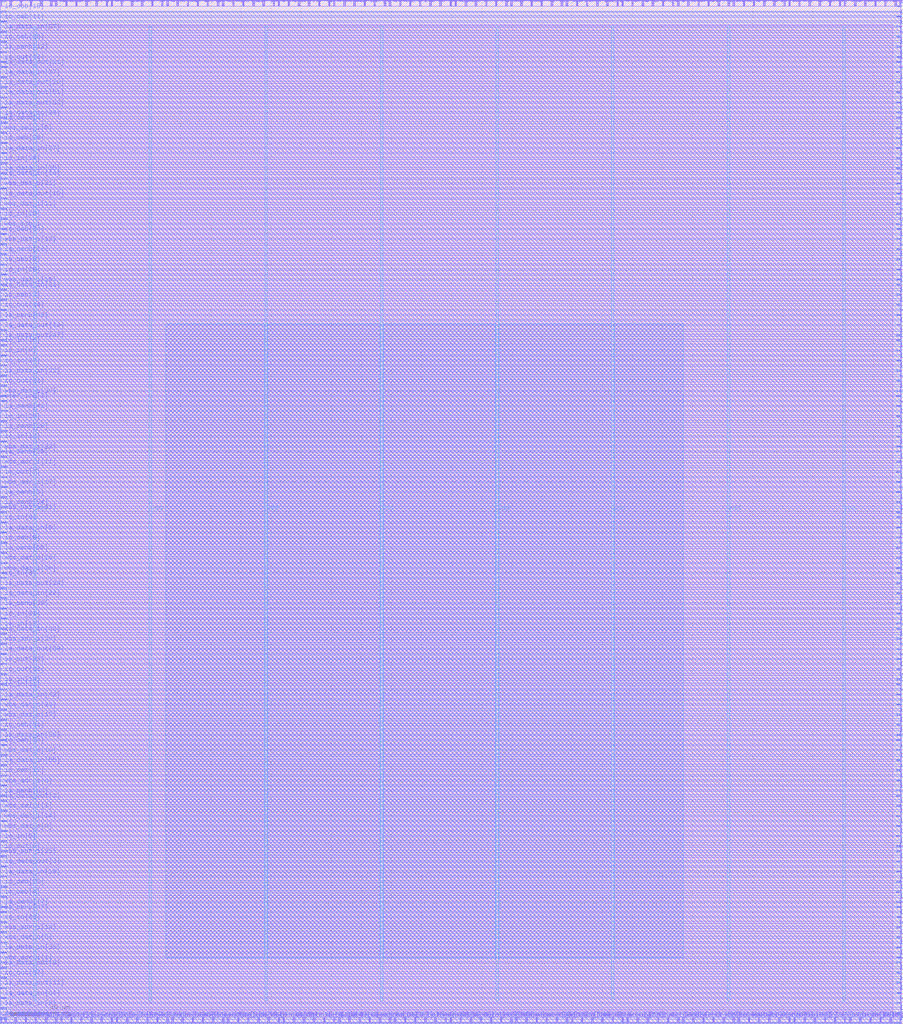
<source format=lef>
VERSION 5.7 ;
  NOWIREEXTENSIONATPIN ON ;
  DIVIDERCHAR "/" ;
  BUSBITCHARS "[]" ;
MACRO tiny_user_project
  CLASS BLOCK ;
  FOREIGN tiny_user_project ;
  ORIGIN 0.000 0.000 ;
  SIZE 600.000 BY 680.000 ;
  PIN io_in[0]
    DIRECTION INPUT ;
    USE SIGNAL ;
    PORT
      LAYER Metal3 ;
        RECT 1.000 443.520 4.000 444.080 ;
    END
  END io_in[0]
  PIN io_in[10]
    DIRECTION INPUT ;
    USE SIGNAL ;
    PORT
      LAYER Metal3 ;
        RECT 1.000 450.240 4.000 450.800 ;
    END
  END io_in[10]
  PIN io_in[11]
    DIRECTION INPUT ;
    USE SIGNAL ;
    PORT
      LAYER Metal3 ;
        RECT 1.000 221.760 4.000 222.320 ;
    END
  END io_in[11]
  PIN io_in[12]
    DIRECTION INPUT ;
    USE SIGNAL ;
    PORT
      LAYER Metal3 ;
        RECT 1.000 386.400 4.000 386.960 ;
    END
  END io_in[12]
  PIN io_in[13]
    DIRECTION INPUT ;
    USE SIGNAL ;
    PORT
      LAYER Metal3 ;
        RECT 1.000 262.080 4.000 262.640 ;
    END
  END io_in[13]
  PIN io_in[14]
    DIRECTION INPUT ;
    USE SIGNAL ;
    PORT
      LAYER Metal3 ;
        RECT 1.000 225.120 4.000 225.680 ;
    END
  END io_in[14]
  PIN io_in[15]
    DIRECTION INPUT ;
    USE SIGNAL ;
    PORT
      LAYER Metal2 ;
        RECT 299.040 676.000 299.600 679.000 ;
    END
  END io_in[15]
  PIN io_in[16]
    DIRECTION INPUT ;
    USE SIGNAL ;
    PORT
      LAYER Metal3 ;
        RECT 596.000 168.000 599.000 168.560 ;
    END
  END io_in[16]
  PIN io_in[17]
    DIRECTION INPUT ;
    USE SIGNAL ;
    PORT
      LAYER Metal3 ;
        RECT 596.000 641.760 599.000 642.320 ;
    END
  END io_in[17]
  PIN io_in[18]
    DIRECTION INPUT ;
    USE SIGNAL ;
    PORT
      LAYER Metal2 ;
        RECT 389.760 676.000 390.320 679.000 ;
    END
  END io_in[18]
  PIN io_in[19]
    DIRECTION INPUT ;
    USE SIGNAL ;
    PORT
      LAYER Metal3 ;
        RECT 596.000 26.880 599.000 27.440 ;
    END
  END io_in[19]
  PIN io_in[1]
    DIRECTION INPUT ;
    USE SIGNAL ;
    PORT
      LAYER Metal2 ;
        RECT 36.960 676.000 37.520 679.000 ;
    END
  END io_in[1]
  PIN io_in[20]
    DIRECTION INPUT ;
    USE SIGNAL ;
    PORT
      LAYER Metal2 ;
        RECT 470.400 676.000 470.960 679.000 ;
    END
  END io_in[20]
  PIN io_in[21]
    DIRECTION INPUT ;
    USE SIGNAL ;
    PORT
      LAYER Metal2 ;
        RECT 450.240 1.000 450.800 4.000 ;
    END
  END io_in[21]
  PIN io_in[22]
    DIRECTION INPUT ;
    USE SIGNAL ;
    PORT
      LAYER Metal2 ;
        RECT 598.080 676.000 598.640 679.000 ;
    END
  END io_in[22]
  PIN io_in[23]
    DIRECTION INPUT ;
    USE SIGNAL ;
    PORT
      LAYER Metal3 ;
        RECT 596.000 594.720 599.000 595.280 ;
    END
  END io_in[23]
  PIN io_in[24]
    DIRECTION INPUT ;
    USE SIGNAL ;
    PORT
      LAYER Metal2 ;
        RECT 527.520 1.000 528.080 4.000 ;
    END
  END io_in[24]
  PIN io_in[25]
    DIRECTION INPUT ;
    USE SIGNAL ;
    PORT
      LAYER Metal2 ;
        RECT 84.000 1.000 84.560 4.000 ;
    END
  END io_in[25]
  PIN io_in[26]
    DIRECTION INPUT ;
    USE SIGNAL ;
    PORT
      LAYER Metal3 ;
        RECT 1.000 534.240 4.000 534.800 ;
    END
  END io_in[26]
  PIN io_in[27]
    DIRECTION INPUT ;
    USE SIGNAL ;
    PORT
      LAYER Metal3 ;
        RECT 1.000 436.800 4.000 437.360 ;
    END
  END io_in[27]
  PIN io_in[28]
    DIRECTION INPUT ;
    USE SIGNAL ;
    PORT
      LAYER Metal3 ;
        RECT 1.000 497.280 4.000 497.840 ;
    END
  END io_in[28]
  PIN io_in[29]
    DIRECTION INPUT ;
    USE SIGNAL ;
    PORT
      LAYER Metal3 ;
        RECT 1.000 399.840 4.000 400.400 ;
    END
  END io_in[29]
  PIN io_in[2]
    DIRECTION INPUT ;
    USE SIGNAL ;
    PORT
      LAYER Metal3 ;
        RECT 596.000 675.360 599.000 675.920 ;
    END
  END io_in[2]
  PIN io_in[30]
    DIRECTION INPUT ;
    USE SIGNAL ;
    PORT
      LAYER Metal2 ;
        RECT 416.640 1.000 417.200 4.000 ;
    END
  END io_in[30]
  PIN io_in[31]
    DIRECTION INPUT ;
    USE SIGNAL ;
    PORT
      LAYER Metal3 ;
        RECT 1.000 268.800 4.000 269.360 ;
    END
  END io_in[31]
  PIN io_in[32]
    DIRECTION INPUT ;
    USE SIGNAL ;
    PORT
      LAYER Metal2 ;
        RECT 540.960 1.000 541.520 4.000 ;
    END
  END io_in[32]
  PIN io_in[33]
    DIRECTION INPUT ;
    USE SIGNAL ;
    PORT
      LAYER Metal3 ;
        RECT 1.000 67.200 4.000 67.760 ;
    END
  END io_in[33]
  PIN io_in[34]
    DIRECTION INPUT ;
    USE SIGNAL ;
    PORT
      LAYER Metal3 ;
        RECT 1.000 571.200 4.000 571.760 ;
    END
  END io_in[34]
  PIN io_in[35]
    DIRECTION INPUT ;
    USE SIGNAL ;
    PORT
      LAYER Metal2 ;
        RECT 530.880 676.000 531.440 679.000 ;
    END
  END io_in[35]
  PIN io_in[36]
    DIRECTION INPUT ;
    USE SIGNAL ;
    PORT
      LAYER Metal3 ;
        RECT 596.000 604.800 599.000 605.360 ;
    END
  END io_in[36]
  PIN io_in[37]
    DIRECTION INPUT ;
    USE SIGNAL ;
    PORT
      LAYER Metal3 ;
        RECT 596.000 527.520 599.000 528.080 ;
    END
  END io_in[37]
  PIN io_in[3]
    DIRECTION INPUT ;
    USE SIGNAL ;
    PORT
      LAYER Metal3 ;
        RECT 596.000 668.640 599.000 669.200 ;
    END
  END io_in[3]
  PIN io_in[4]
    DIRECTION INPUT ;
    USE SIGNAL ;
    PORT
      LAYER Metal3 ;
        RECT 596.000 329.280 599.000 329.840 ;
    END
  END io_in[4]
  PIN io_in[5]
    DIRECTION INPUT ;
    USE SIGNAL ;
    PORT
      LAYER Metal3 ;
        RECT 1.000 120.960 4.000 121.520 ;
    END
  END io_in[5]
  PIN io_in[6]
    DIRECTION INPUT ;
    USE SIGNAL ;
    PORT
      LAYER Metal3 ;
        RECT 596.000 161.280 599.000 161.840 ;
    END
  END io_in[6]
  PIN io_in[7]
    DIRECTION INPUT ;
    USE SIGNAL ;
    PORT
      LAYER Metal2 ;
        RECT 483.840 676.000 484.400 679.000 ;
    END
  END io_in[7]
  PIN io_in[8]
    DIRECTION INPUT ;
    USE SIGNAL ;
    PORT
      LAYER Metal3 ;
        RECT 1.000 295.680 4.000 296.240 ;
    END
  END io_in[8]
  PIN io_in[9]
    DIRECTION INPUT ;
    USE SIGNAL ;
    PORT
      LAYER Metal3 ;
        RECT 1.000 332.640 4.000 333.200 ;
    END
  END io_in[9]
  PIN io_oeb[0]
    DIRECTION OUTPUT TRISTATE ;
    USE SIGNAL ;
    PORT
      LAYER Metal3 ;
        RECT 596.000 490.560 599.000 491.120 ;
    END
  END io_oeb[0]
  PIN io_oeb[10]
    DIRECTION OUTPUT TRISTATE ;
    USE SIGNAL ;
    PORT
      LAYER Metal3 ;
        RECT 596.000 453.600 599.000 454.160 ;
    END
  END io_oeb[10]
  PIN io_oeb[11]
    DIRECTION OUTPUT TRISTATE ;
    USE SIGNAL ;
    PORT
      LAYER Metal3 ;
        RECT 1.000 665.280 4.000 665.840 ;
    END
  END io_oeb[11]
  PIN io_oeb[12]
    DIRECTION OUTPUT TRISTATE ;
    USE SIGNAL ;
    PORT
      LAYER Metal2 ;
        RECT 393.120 1.000 393.680 4.000 ;
    END
  END io_oeb[12]
  PIN io_oeb[13]
    DIRECTION OUTPUT TRISTATE ;
    USE SIGNAL ;
    PORT
      LAYER Metal3 ;
        RECT 1.000 164.640 4.000 165.200 ;
    END
  END io_oeb[13]
  PIN io_oeb[14]
    DIRECTION OUTPUT TRISTATE ;
    USE SIGNAL ;
    PORT
      LAYER Metal2 ;
        RECT 584.640 1.000 585.200 4.000 ;
    END
  END io_oeb[14]
  PIN io_oeb[15]
    DIRECTION OUTPUT TRISTATE ;
    USE SIGNAL ;
    PORT
      LAYER Metal2 ;
        RECT 366.240 676.000 366.800 679.000 ;
    END
  END io_oeb[15]
  PIN io_oeb[16]
    DIRECTION OUTPUT TRISTATE ;
    USE SIGNAL ;
    PORT
      LAYER Metal2 ;
        RECT 184.800 1.000 185.360 4.000 ;
    END
  END io_oeb[16]
  PIN io_oeb[17]
    DIRECTION OUTPUT TRISTATE ;
    USE SIGNAL ;
    PORT
      LAYER Metal2 ;
        RECT 60.480 1.000 61.040 4.000 ;
    END
  END io_oeb[17]
  PIN io_oeb[18]
    DIRECTION OUTPUT TRISTATE ;
    USE SIGNAL ;
    PORT
      LAYER Metal3 ;
        RECT 1.000 672.000 4.000 672.560 ;
    END
  END io_oeb[18]
  PIN io_oeb[19]
    DIRECTION OUTPUT TRISTATE ;
    USE SIGNAL ;
    PORT
      LAYER Metal2 ;
        RECT 184.800 676.000 185.360 679.000 ;
    END
  END io_oeb[19]
  PIN io_oeb[1]
    DIRECTION OUTPUT TRISTATE ;
    USE SIGNAL ;
    PORT
      LAYER Metal2 ;
        RECT 131.040 676.000 131.600 679.000 ;
    END
  END io_oeb[1]
  PIN io_oeb[20]
    DIRECTION OUTPUT TRISTATE ;
    USE SIGNAL ;
    PORT
      LAYER Metal2 ;
        RECT 329.280 676.000 329.840 679.000 ;
    END
  END io_oeb[20]
  PIN io_oeb[21]
    DIRECTION OUTPUT TRISTATE ;
    USE SIGNAL ;
    PORT
      LAYER Metal2 ;
        RECT 547.680 1.000 548.240 4.000 ;
    END
  END io_oeb[21]
  PIN io_oeb[22]
    DIRECTION OUTPUT TRISTATE ;
    USE SIGNAL ;
    PORT
      LAYER Metal3 ;
        RECT 596.000 204.960 599.000 205.520 ;
    END
  END io_oeb[22]
  PIN io_oeb[23]
    DIRECTION OUTPUT TRISTATE ;
    USE SIGNAL ;
    PORT
      LAYER Metal2 ;
        RECT 581.280 676.000 581.840 679.000 ;
    END
  END io_oeb[23]
  PIN io_oeb[24]
    DIRECTION OUTPUT TRISTATE ;
    USE SIGNAL ;
    PORT
      LAYER Metal3 ;
        RECT 1.000 184.800 4.000 185.360 ;
    END
  END io_oeb[24]
  PIN io_oeb[25]
    DIRECTION OUTPUT TRISTATE ;
    USE SIGNAL ;
    PORT
      LAYER Metal3 ;
        RECT 1.000 90.720 4.000 91.280 ;
    END
  END io_oeb[25]
  PIN io_oeb[26]
    DIRECTION OUTPUT TRISTATE ;
    USE SIGNAL ;
    PORT
      LAYER Metal3 ;
        RECT 1.000 584.640 4.000 585.200 ;
    END
  END io_oeb[26]
  PIN io_oeb[27]
    DIRECTION OUTPUT TRISTATE ;
    USE SIGNAL ;
    PORT
      LAYER Metal2 ;
        RECT 534.240 1.000 534.800 4.000 ;
    END
  END io_oeb[27]
  PIN io_oeb[28]
    DIRECTION OUTPUT TRISTATE ;
    USE SIGNAL ;
    PORT
      LAYER Metal3 ;
        RECT 1.000 651.840 4.000 652.400 ;
    END
  END io_oeb[28]
  PIN io_oeb[29]
    DIRECTION OUTPUT TRISTATE ;
    USE SIGNAL ;
    PORT
      LAYER Metal3 ;
        RECT 596.000 366.240 599.000 366.800 ;
    END
  END io_oeb[29]
  PIN io_oeb[2]
    DIRECTION OUTPUT TRISTATE ;
    USE SIGNAL ;
    PORT
      LAYER Metal3 ;
        RECT 596.000 285.600 599.000 286.160 ;
    END
  END io_oeb[2]
  PIN io_oeb[30]
    DIRECTION OUTPUT TRISTATE ;
    USE SIGNAL ;
    PORT
      LAYER Metal3 ;
        RECT 596.000 0.000 599.000 0.560 ;
    END
  END io_oeb[30]
  PIN io_oeb[31]
    DIRECTION OUTPUT TRISTATE ;
    USE SIGNAL ;
    PORT
      LAYER Metal3 ;
        RECT 1.000 194.880 4.000 195.440 ;
    END
  END io_oeb[31]
  PIN io_oeb[32]
    DIRECTION OUTPUT TRISTATE ;
    USE SIGNAL ;
    PORT
      LAYER Metal2 ;
        RECT 520.800 676.000 521.360 679.000 ;
    END
  END io_oeb[32]
  PIN io_oeb[33]
    DIRECTION OUTPUT TRISTATE ;
    USE SIGNAL ;
    PORT
      LAYER Metal3 ;
        RECT 596.000 144.480 599.000 145.040 ;
    END
  END io_oeb[33]
  PIN io_oeb[34]
    DIRECTION OUTPUT TRISTATE ;
    USE SIGNAL ;
    PORT
      LAYER Metal3 ;
        RECT 1.000 524.160 4.000 524.720 ;
    END
  END io_oeb[34]
  PIN io_oeb[35]
    DIRECTION OUTPUT TRISTATE ;
    USE SIGNAL ;
    PORT
      LAYER Metal3 ;
        RECT 596.000 618.240 599.000 618.800 ;
    END
  END io_oeb[35]
  PIN io_oeb[36]
    DIRECTION OUTPUT TRISTATE ;
    USE SIGNAL ;
    PORT
      LAYER Metal2 ;
        RECT 315.840 676.000 316.400 679.000 ;
    END
  END io_oeb[36]
  PIN io_oeb[37]
    DIRECTION OUTPUT TRISTATE ;
    USE SIGNAL ;
    PORT
      LAYER Metal3 ;
        RECT 596.000 299.040 599.000 299.600 ;
    END
  END io_oeb[37]
  PIN io_oeb[3]
    DIRECTION OUTPUT TRISTATE ;
    USE SIGNAL ;
    PORT
      LAYER Metal3 ;
        RECT 1.000 480.480 4.000 481.040 ;
    END
  END io_oeb[3]
  PIN io_oeb[4]
    DIRECTION OUTPUT TRISTATE ;
    USE SIGNAL ;
    PORT
      LAYER Metal3 ;
        RECT 1.000 84.000 4.000 84.560 ;
    END
  END io_oeb[4]
  PIN io_oeb[5]
    DIRECTION OUTPUT TRISTATE ;
    USE SIGNAL ;
    PORT
      LAYER Metal2 ;
        RECT 426.720 676.000 427.280 679.000 ;
    END
  END io_oeb[5]
  PIN io_oeb[6]
    DIRECTION OUTPUT TRISTATE ;
    USE SIGNAL ;
    PORT
      LAYER Metal3 ;
        RECT 1.000 504.000 4.000 504.560 ;
    END
  END io_oeb[6]
  PIN io_oeb[7]
    DIRECTION OUTPUT TRISTATE ;
    USE SIGNAL ;
    PORT
      LAYER Metal2 ;
        RECT 265.440 676.000 266.000 679.000 ;
    END
  END io_oeb[7]
  PIN io_oeb[8]
    DIRECTION OUTPUT TRISTATE ;
    USE SIGNAL ;
    PORT
      LAYER Metal3 ;
        RECT 1.000 319.200 4.000 319.760 ;
    END
  END io_oeb[8]
  PIN io_oeb[9]
    DIRECTION OUTPUT TRISTATE ;
    USE SIGNAL ;
    PORT
      LAYER Metal3 ;
        RECT 596.000 661.920 599.000 662.480 ;
    END
  END io_oeb[9]
  PIN io_out[0]
    DIRECTION OUTPUT TRISTATE ;
    USE SIGNAL ;
    PORT
      LAYER Metal2 ;
        RECT 63.840 676.000 64.400 679.000 ;
    END
  END io_out[0]
  PIN io_out[10]
    DIRECTION OUTPUT TRISTATE ;
    USE SIGNAL ;
    PORT
      LAYER Metal2 ;
        RECT 154.560 676.000 155.120 679.000 ;
    END
  END io_out[10]
  PIN io_out[11]
    DIRECTION OUTPUT TRISTATE ;
    USE SIGNAL ;
    PORT
      LAYER Metal2 ;
        RECT 413.280 1.000 413.840 4.000 ;
    END
  END io_out[11]
  PIN io_out[12]
    DIRECTION OUTPUT TRISTATE ;
    USE SIGNAL ;
    PORT
      LAYER Metal2 ;
        RECT 588.000 676.000 588.560 679.000 ;
    END
  END io_out[12]
  PIN io_out[13]
    DIRECTION OUTPUT TRISTATE ;
    USE SIGNAL ;
    PORT
      LAYER Metal3 ;
        RECT 1.000 638.400 4.000 638.960 ;
    END
  END io_out[13]
  PIN io_out[14]
    DIRECTION OUTPUT TRISTATE ;
    USE SIGNAL ;
    PORT
      LAYER Metal3 ;
        RECT 1.000 473.760 4.000 474.320 ;
    END
  END io_out[14]
  PIN io_out[15]
    DIRECTION OUTPUT TRISTATE ;
    USE SIGNAL ;
    PORT
      LAYER Metal2 ;
        RECT 258.720 1.000 259.280 4.000 ;
    END
  END io_out[15]
  PIN io_out[16]
    DIRECTION OUTPUT TRISTATE ;
    USE SIGNAL ;
    PORT
      LAYER Metal3 ;
        RECT 596.000 574.560 599.000 575.120 ;
    END
  END io_out[16]
  PIN io_out[17]
    DIRECTION OUTPUT TRISTATE ;
    USE SIGNAL ;
    PORT
      LAYER Metal2 ;
        RECT 73.920 1.000 74.480 4.000 ;
    END
  END io_out[17]
  PIN io_out[18]
    DIRECTION OUTPUT TRISTATE ;
    USE SIGNAL ;
    PORT
      LAYER Metal2 ;
        RECT 598.080 1.000 598.640 4.000 ;
    END
  END io_out[18]
  PIN io_out[19]
    DIRECTION OUTPUT TRISTATE ;
    USE SIGNAL ;
    PORT
      LAYER Metal2 ;
        RECT 100.800 676.000 101.360 679.000 ;
    END
  END io_out[19]
  PIN io_out[1]
    DIRECTION OUTPUT TRISTATE ;
    USE SIGNAL ;
    PORT
      LAYER Metal2 ;
        RECT 40.320 1.000 40.880 4.000 ;
    END
  END io_out[1]
  PIN io_out[20]
    DIRECTION OUTPUT TRISTATE ;
    USE SIGNAL ;
    PORT
      LAYER Metal3 ;
        RECT 596.000 100.800 599.000 101.360 ;
    END
  END io_out[20]
  PIN io_out[21]
    DIRECTION OUTPUT TRISTATE ;
    USE SIGNAL ;
    PORT
      LAYER Metal3 ;
        RECT 1.000 423.360 4.000 423.920 ;
    END
  END io_out[21]
  PIN io_out[22]
    DIRECTION OUTPUT TRISTATE ;
    USE SIGNAL ;
    PORT
      LAYER Metal3 ;
        RECT 596.000 181.440 599.000 182.000 ;
    END
  END io_out[22]
  PIN io_out[23]
    DIRECTION OUTPUT TRISTATE ;
    USE SIGNAL ;
    PORT
      LAYER Metal3 ;
        RECT 1.000 238.560 4.000 239.120 ;
    END
  END io_out[23]
  PIN io_out[24]
    DIRECTION OUTPUT TRISTATE ;
    USE SIGNAL ;
    PORT
      LAYER Metal2 ;
        RECT 561.120 1.000 561.680 4.000 ;
    END
  END io_out[24]
  PIN io_out[25]
    DIRECTION OUTPUT TRISTATE ;
    USE SIGNAL ;
    PORT
      LAYER Metal3 ;
        RECT 596.000 57.120 599.000 57.680 ;
    END
  END io_out[25]
  PIN io_out[26]
    DIRECTION OUTPUT TRISTATE ;
    USE SIGNAL ;
    PORT
      LAYER Metal2 ;
        RECT 268.800 1.000 269.360 4.000 ;
    END
  END io_out[26]
  PIN io_out[27]
    DIRECTION OUTPUT TRISTATE ;
    USE SIGNAL ;
    PORT
      LAYER Metal2 ;
        RECT 215.040 1.000 215.600 4.000 ;
    END
  END io_out[27]
  PIN io_out[28]
    DIRECTION OUTPUT TRISTATE ;
    USE SIGNAL ;
    PORT
      LAYER Metal2 ;
        RECT 409.920 676.000 410.480 679.000 ;
    END
  END io_out[28]
  PIN io_out[29]
    DIRECTION OUTPUT TRISTATE ;
    USE SIGNAL ;
    PORT
      LAYER Metal2 ;
        RECT 436.800 1.000 437.360 4.000 ;
    END
  END io_out[29]
  PIN io_out[2]
    DIRECTION OUTPUT TRISTATE ;
    USE SIGNAL ;
    PORT
      LAYER Metal3 ;
        RECT 596.000 265.440 599.000 266.000 ;
    END
  END io_out[2]
  PIN io_out[30]
    DIRECTION OUTPUT TRISTATE ;
    USE SIGNAL ;
    PORT
      LAYER Metal2 ;
        RECT 544.320 676.000 544.880 679.000 ;
    END
  END io_out[30]
  PIN io_out[31]
    DIRECTION OUTPUT TRISTATE ;
    USE SIGNAL ;
    PORT
      LAYER Metal2 ;
        RECT 225.120 1.000 225.680 4.000 ;
    END
  END io_out[31]
  PIN io_out[32]
    DIRECTION OUTPUT TRISTATE ;
    USE SIGNAL ;
    PORT
      LAYER Metal2 ;
        RECT 359.520 676.000 360.080 679.000 ;
    END
  END io_out[32]
  PIN io_out[33]
    DIRECTION OUTPUT TRISTATE ;
    USE SIGNAL ;
    PORT
      LAYER Metal3 ;
        RECT 1.000 231.840 4.000 232.400 ;
    END
  END io_out[33]
  PIN io_out[34]
    DIRECTION OUTPUT TRISTATE ;
    USE SIGNAL ;
    PORT
      LAYER Metal2 ;
        RECT 423.360 1.000 423.920 4.000 ;
    END
  END io_out[34]
  PIN io_out[35]
    DIRECTION OUTPUT TRISTATE ;
    USE SIGNAL ;
    PORT
      LAYER Metal2 ;
        RECT 379.680 1.000 380.240 4.000 ;
    END
  END io_out[35]
  PIN io_out[36]
    DIRECTION OUTPUT TRISTATE ;
    USE SIGNAL ;
    PORT
      LAYER Metal2 ;
        RECT 151.200 1.000 151.760 4.000 ;
    END
  END io_out[36]
  PIN io_out[37]
    DIRECTION OUTPUT TRISTATE ;
    USE SIGNAL ;
    PORT
      LAYER Metal3 ;
        RECT 1.000 30.240 4.000 30.800 ;
    END
  END io_out[37]
  PIN io_out[3]
    DIRECTION OUTPUT TRISTATE ;
    USE SIGNAL ;
    PORT
      LAYER Metal2 ;
        RECT 255.360 676.000 255.920 679.000 ;
    END
  END io_out[3]
  PIN io_out[4]
    DIRECTION OUTPUT TRISTATE ;
    USE SIGNAL ;
    PORT
      LAYER Metal2 ;
        RECT 295.680 1.000 296.240 4.000 ;
    END
  END io_out[4]
  PIN io_out[5]
    DIRECTION OUTPUT TRISTATE ;
    USE SIGNAL ;
    PORT
      LAYER Metal2 ;
        RECT 228.480 676.000 229.040 679.000 ;
    END
  END io_out[5]
  PIN io_out[6]
    DIRECTION OUTPUT TRISTATE ;
    USE SIGNAL ;
    PORT
      LAYER Metal3 ;
        RECT 1.000 114.240 4.000 114.800 ;
    END
  END io_out[6]
  PIN io_out[7]
    DIRECTION OUTPUT TRISTATE ;
    USE SIGNAL ;
    PORT
      LAYER Metal3 ;
        RECT 1.000 362.880 4.000 363.440 ;
    END
  END io_out[7]
  PIN io_out[8]
    DIRECTION OUTPUT TRISTATE ;
    USE SIGNAL ;
    PORT
      LAYER Metal2 ;
        RECT 467.040 1.000 467.600 4.000 ;
    END
  END io_out[8]
  PIN io_out[9]
    DIRECTION OUTPUT TRISTATE ;
    USE SIGNAL ;
    PORT
      LAYER Metal2 ;
        RECT 164.640 1.000 165.200 4.000 ;
    END
  END io_out[9]
  PIN la_data_in[0]
    DIRECTION INPUT ;
    USE SIGNAL ;
    PORT
      LAYER Metal3 ;
        RECT 1.000 325.920 4.000 326.480 ;
    END
  END la_data_in[0]
  PIN la_data_in[10]
    DIRECTION INPUT ;
    USE SIGNAL ;
    PORT
      LAYER Metal3 ;
        RECT 596.000 638.400 599.000 638.960 ;
    END
  END la_data_in[10]
  PIN la_data_in[11]
    DIRECTION INPUT ;
    USE SIGNAL ;
    PORT
      LAYER Metal3 ;
        RECT 596.000 322.560 599.000 323.120 ;
    END
  END la_data_in[11]
  PIN la_data_in[12]
    DIRECTION INPUT ;
    USE SIGNAL ;
    PORT
      LAYER Metal2 ;
        RECT 194.880 1.000 195.440 4.000 ;
    END
  END la_data_in[12]
  PIN la_data_in[13]
    DIRECTION INPUT ;
    USE SIGNAL ;
    PORT
      LAYER Metal2 ;
        RECT 218.400 676.000 218.960 679.000 ;
    END
  END la_data_in[13]
  PIN la_data_in[14]
    DIRECTION INPUT ;
    USE SIGNAL ;
    PORT
      LAYER Metal3 ;
        RECT 1.000 561.120 4.000 561.680 ;
    END
  END la_data_in[14]
  PIN la_data_in[15]
    DIRECTION INPUT ;
    USE SIGNAL ;
    PORT
      LAYER Metal3 ;
        RECT 596.000 500.640 599.000 501.200 ;
    END
  END la_data_in[15]
  PIN la_data_in[16]
    DIRECTION INPUT ;
    USE SIGNAL ;
    PORT
      LAYER Metal2 ;
        RECT 20.160 676.000 20.720 679.000 ;
    END
  END la_data_in[16]
  PIN la_data_in[17]
    DIRECTION INPUT ;
    USE SIGNAL ;
    PORT
      LAYER Metal3 ;
        RECT 596.000 137.760 599.000 138.320 ;
    END
  END la_data_in[17]
  PIN la_data_in[18]
    DIRECTION INPUT ;
    USE SIGNAL ;
    PORT
      LAYER Metal2 ;
        RECT 278.880 676.000 279.440 679.000 ;
    END
  END la_data_in[18]
  PIN la_data_in[19]
    DIRECTION INPUT ;
    USE SIGNAL ;
    PORT
      LAYER Metal3 ;
        RECT 1.000 97.440 4.000 98.000 ;
    END
  END la_data_in[19]
  PIN la_data_in[1]
    DIRECTION INPUT ;
    USE SIGNAL ;
    PORT
      LAYER Metal2 ;
        RECT 107.520 676.000 108.080 679.000 ;
    END
  END la_data_in[1]
  PIN la_data_in[20]
    DIRECTION INPUT ;
    USE SIGNAL ;
    PORT
      LAYER Metal3 ;
        RECT 596.000 174.720 599.000 175.280 ;
    END
  END la_data_in[20]
  PIN la_data_in[21]
    DIRECTION INPUT ;
    USE SIGNAL ;
    PORT
      LAYER Metal3 ;
        RECT 1.000 487.200 4.000 487.760 ;
    END
  END la_data_in[21]
  PIN la_data_in[22]
    DIRECTION INPUT ;
    USE SIGNAL ;
    PORT
      LAYER Metal3 ;
        RECT 1.000 282.240 4.000 282.800 ;
    END
  END la_data_in[22]
  PIN la_data_in[23]
    DIRECTION INPUT ;
    USE SIGNAL ;
    PORT
      LAYER Metal3 ;
        RECT 596.000 520.800 599.000 521.360 ;
    END
  END la_data_in[23]
  PIN la_data_in[24]
    DIRECTION INPUT ;
    USE SIGNAL ;
    PORT
      LAYER Metal2 ;
        RECT 285.600 676.000 286.160 679.000 ;
    END
  END la_data_in[24]
  PIN la_data_in[25]
    DIRECTION INPUT ;
    USE SIGNAL ;
    PORT
      LAYER Metal2 ;
        RECT 94.080 676.000 94.640 679.000 ;
    END
  END la_data_in[25]
  PIN la_data_in[26]
    DIRECTION INPUT ;
    USE SIGNAL ;
    PORT
      LAYER Metal2 ;
        RECT 352.800 676.000 353.360 679.000 ;
    END
  END la_data_in[26]
  PIN la_data_in[27]
    DIRECTION INPUT ;
    USE SIGNAL ;
    PORT
      LAYER Metal3 ;
        RECT 1.000 577.920 4.000 578.480 ;
    END
  END la_data_in[27]
  PIN la_data_in[28]
    DIRECTION INPUT ;
    USE SIGNAL ;
    PORT
      LAYER Metal3 ;
        RECT 1.000 601.440 4.000 602.000 ;
    END
  END la_data_in[28]
  PIN la_data_in[29]
    DIRECTION INPUT ;
    USE SIGNAL ;
    PORT
      LAYER Metal3 ;
        RECT 596.000 198.240 599.000 198.800 ;
    END
  END la_data_in[29]
  PIN la_data_in[2]
    DIRECTION INPUT ;
    USE SIGNAL ;
    PORT
      LAYER Metal2 ;
        RECT 241.920 676.000 242.480 679.000 ;
    END
  END la_data_in[2]
  PIN la_data_in[30]
    DIRECTION INPUT ;
    USE SIGNAL ;
    PORT
      LAYER Metal3 ;
        RECT 1.000 47.040 4.000 47.600 ;
    END
  END la_data_in[30]
  PIN la_data_in[31]
    DIRECTION INPUT ;
    USE SIGNAL ;
    PORT
      LAYER Metal2 ;
        RECT 500.640 676.000 501.200 679.000 ;
    END
  END la_data_in[31]
  PIN la_data_in[32]
    DIRECTION INPUT ;
    USE SIGNAL ;
    PORT
      LAYER Metal3 ;
        RECT 1.000 258.720 4.000 259.280 ;
    END
  END la_data_in[32]
  PIN la_data_in[33]
    DIRECTION INPUT ;
    USE SIGNAL ;
    PORT
      LAYER Metal3 ;
        RECT 1.000 430.080 4.000 430.640 ;
    END
  END la_data_in[33]
  PIN la_data_in[34]
    DIRECTION INPUT ;
    USE SIGNAL ;
    PORT
      LAYER Metal2 ;
        RECT 6.720 676.000 7.280 679.000 ;
    END
  END la_data_in[34]
  PIN la_data_in[35]
    DIRECTION INPUT ;
    USE SIGNAL ;
    PORT
      LAYER Metal3 ;
        RECT 1.000 564.480 4.000 565.040 ;
    END
  END la_data_in[35]
  PIN la_data_in[36]
    DIRECTION INPUT ;
    USE SIGNAL ;
    PORT
      LAYER Metal2 ;
        RECT 453.600 1.000 454.160 4.000 ;
    END
  END la_data_in[36]
  PIN la_data_in[37]
    DIRECTION INPUT ;
    USE SIGNAL ;
    PORT
      LAYER Metal3 ;
        RECT 1.000 628.320 4.000 628.880 ;
    END
  END la_data_in[37]
  PIN la_data_in[38]
    DIRECTION INPUT ;
    USE SIGNAL ;
    PORT
      LAYER Metal2 ;
        RECT 288.960 1.000 289.520 4.000 ;
    END
  END la_data_in[38]
  PIN la_data_in[39]
    DIRECTION INPUT ;
    USE SIGNAL ;
    PORT
      LAYER Metal2 ;
        RECT 309.120 676.000 309.680 679.000 ;
    END
  END la_data_in[39]
  PIN la_data_in[3]
    DIRECTION INPUT ;
    USE SIGNAL ;
    PORT
      LAYER Metal3 ;
        RECT 596.000 389.760 599.000 390.320 ;
    END
  END la_data_in[3]
  PIN la_data_in[40]
    DIRECTION INPUT ;
    USE SIGNAL ;
    PORT
      LAYER Metal2 ;
        RECT 221.760 1.000 222.320 4.000 ;
    END
  END la_data_in[40]
  PIN la_data_in[41]
    DIRECTION INPUT ;
    USE SIGNAL ;
    PORT
      LAYER Metal2 ;
        RECT 305.760 1.000 306.320 4.000 ;
    END
  END la_data_in[41]
  PIN la_data_in[42]
    DIRECTION INPUT ;
    USE SIGNAL ;
    PORT
      LAYER Metal3 ;
        RECT 1.000 215.040 4.000 215.600 ;
    END
  END la_data_in[42]
  PIN la_data_in[43]
    DIRECTION INPUT ;
    USE SIGNAL ;
    PORT
      LAYER Metal2 ;
        RECT 561.120 676.000 561.680 679.000 ;
    END
  END la_data_in[43]
  PIN la_data_in[44]
    DIRECTION INPUT ;
    USE SIGNAL ;
    PORT
      LAYER Metal3 ;
        RECT 596.000 43.680 599.000 44.240 ;
    END
  END la_data_in[44]
  PIN la_data_in[45]
    DIRECTION INPUT ;
    USE SIGNAL ;
    PORT
      LAYER Metal2 ;
        RECT 208.320 1.000 208.880 4.000 ;
    END
  END la_data_in[45]
  PIN la_data_in[46]
    DIRECTION INPUT ;
    USE SIGNAL ;
    PORT
      LAYER Metal3 ;
        RECT 596.000 507.360 599.000 507.920 ;
    END
  END la_data_in[46]
  PIN la_data_in[47]
    DIRECTION INPUT ;
    USE SIGNAL ;
    PORT
      LAYER Metal2 ;
        RECT 399.840 1.000 400.400 4.000 ;
    END
  END la_data_in[47]
  PIN la_data_in[48]
    DIRECTION INPUT ;
    USE SIGNAL ;
    PORT
      LAYER Metal2 ;
        RECT 258.720 676.000 259.280 679.000 ;
    END
  END la_data_in[48]
  PIN la_data_in[49]
    DIRECTION INPUT ;
    USE SIGNAL ;
    PORT
      LAYER Metal2 ;
        RECT 204.960 676.000 205.520 679.000 ;
    END
  END la_data_in[49]
  PIN la_data_in[4]
    DIRECTION INPUT ;
    USE SIGNAL ;
    PORT
      LAYER Metal2 ;
        RECT 13.440 676.000 14.000 679.000 ;
    END
  END la_data_in[4]
  PIN la_data_in[50]
    DIRECTION INPUT ;
    USE SIGNAL ;
    PORT
      LAYER Metal2 ;
        RECT 211.680 676.000 212.240 679.000 ;
    END
  END la_data_in[50]
  PIN la_data_in[51]
    DIRECTION INPUT ;
    USE SIGNAL ;
    PORT
      LAYER Metal2 ;
        RECT 299.040 1.000 299.600 4.000 ;
    END
  END la_data_in[51]
  PIN la_data_in[52]
    DIRECTION INPUT ;
    USE SIGNAL ;
    PORT
      LAYER Metal3 ;
        RECT 596.000 255.360 599.000 255.920 ;
    END
  END la_data_in[52]
  PIN la_data_in[53]
    DIRECTION INPUT ;
    USE SIGNAL ;
    PORT
      LAYER Metal2 ;
        RECT 456.960 676.000 457.520 679.000 ;
    END
  END la_data_in[53]
  PIN la_data_in[54]
    DIRECTION INPUT ;
    USE SIGNAL ;
    PORT
      LAYER Metal2 ;
        RECT 413.280 676.000 413.840 679.000 ;
    END
  END la_data_in[54]
  PIN la_data_in[55]
    DIRECTION INPUT ;
    USE SIGNAL ;
    PORT
      LAYER Metal3 ;
        RECT 1.000 171.360 4.000 171.920 ;
    END
  END la_data_in[55]
  PIN la_data_in[56]
    DIRECTION INPUT ;
    USE SIGNAL ;
    PORT
      LAYER Metal3 ;
        RECT 1.000 188.160 4.000 188.720 ;
    END
  END la_data_in[56]
  PIN la_data_in[57]
    DIRECTION INPUT ;
    USE SIGNAL ;
    PORT
      LAYER Metal3 ;
        RECT 1.000 658.560 4.000 659.120 ;
    END
  END la_data_in[57]
  PIN la_data_in[58]
    DIRECTION INPUT ;
    USE SIGNAL ;
    PORT
      LAYER Metal2 ;
        RECT 231.840 1.000 232.400 4.000 ;
    END
  END la_data_in[58]
  PIN la_data_in[59]
    DIRECTION INPUT ;
    USE SIGNAL ;
    PORT
      LAYER Metal3 ;
        RECT 596.000 624.960 599.000 625.520 ;
    END
  END la_data_in[59]
  PIN la_data_in[5]
    DIRECTION INPUT ;
    USE SIGNAL ;
    PORT
      LAYER Metal2 ;
        RECT 110.880 1.000 111.440 4.000 ;
    END
  END la_data_in[5]
  PIN la_data_in[60]
    DIRECTION INPUT ;
    USE SIGNAL ;
    PORT
      LAYER Metal3 ;
        RECT 596.000 463.680 599.000 464.240 ;
    END
  END la_data_in[60]
  PIN la_data_in[61]
    DIRECTION INPUT ;
    USE SIGNAL ;
    PORT
      LAYER Metal3 ;
        RECT 1.000 16.800 4.000 17.360 ;
    END
  END la_data_in[61]
  PIN la_data_in[62]
    DIRECTION INPUT ;
    USE SIGNAL ;
    PORT
      LAYER Metal2 ;
        RECT 376.320 1.000 376.880 4.000 ;
    END
  END la_data_in[62]
  PIN la_data_in[63]
    DIRECTION INPUT ;
    USE SIGNAL ;
    PORT
      LAYER Metal2 ;
        RECT 124.320 676.000 124.880 679.000 ;
    END
  END la_data_in[63]
  PIN la_data_in[6]
    DIRECTION INPUT ;
    USE SIGNAL ;
    PORT
      LAYER Metal2 ;
        RECT 127.680 1.000 128.240 4.000 ;
    END
  END la_data_in[6]
  PIN la_data_in[7]
    DIRECTION INPUT ;
    USE SIGNAL ;
    PORT
      LAYER Metal3 ;
        RECT 596.000 272.160 599.000 272.720 ;
    END
  END la_data_in[7]
  PIN la_data_in[8]
    DIRECTION INPUT ;
    USE SIGNAL ;
    PORT
      LAYER Metal3 ;
        RECT 1.000 10.080 4.000 10.640 ;
    END
  END la_data_in[8]
  PIN la_data_in[9]
    DIRECTION INPUT ;
    USE SIGNAL ;
    PORT
      LAYER Metal2 ;
        RECT 537.600 676.000 538.160 679.000 ;
    END
  END la_data_in[9]
  PIN la_data_out[0]
    DIRECTION OUTPUT TRISTATE ;
    USE SIGNAL ;
    PORT
      LAYER Metal2 ;
        RECT 514.080 676.000 514.640 679.000 ;
    END
  END la_data_out[0]
  PIN la_data_out[10]
    DIRECTION OUTPUT TRISTATE ;
    USE SIGNAL ;
    PORT
      LAYER Metal3 ;
        RECT 596.000 383.040 599.000 383.600 ;
    END
  END la_data_out[10]
  PIN la_data_out[11]
    DIRECTION OUTPUT TRISTATE ;
    USE SIGNAL ;
    PORT
      LAYER Metal3 ;
        RECT 1.000 23.520 4.000 24.080 ;
    END
  END la_data_out[11]
  PIN la_data_out[12]
    DIRECTION OUTPUT TRISTATE ;
    USE SIGNAL ;
    PORT
      LAYER Metal3 ;
        RECT 1.000 460.320 4.000 460.880 ;
    END
  END la_data_out[12]
  PIN la_data_out[13]
    DIRECTION OUTPUT TRISTATE ;
    USE SIGNAL ;
    PORT
      LAYER Metal2 ;
        RECT 238.560 1.000 239.120 4.000 ;
    END
  END la_data_out[13]
  PIN la_data_out[14]
    DIRECTION OUTPUT TRISTATE ;
    USE SIGNAL ;
    PORT
      LAYER Metal3 ;
        RECT 596.000 302.400 599.000 302.960 ;
    END
  END la_data_out[14]
  PIN la_data_out[15]
    DIRECTION OUTPUT TRISTATE ;
    USE SIGNAL ;
    PORT
      LAYER Metal3 ;
        RECT 1.000 547.680 4.000 548.240 ;
    END
  END la_data_out[15]
  PIN la_data_out[16]
    DIRECTION OUTPUT TRISTATE ;
    USE SIGNAL ;
    PORT
      LAYER Metal3 ;
        RECT 596.000 396.480 599.000 397.040 ;
    END
  END la_data_out[16]
  PIN la_data_out[17]
    DIRECTION OUTPUT TRISTATE ;
    USE SIGNAL ;
    PORT
      LAYER Metal2 ;
        RECT 272.160 676.000 272.720 679.000 ;
    END
  END la_data_out[17]
  PIN la_data_out[18]
    DIRECTION OUTPUT TRISTATE ;
    USE SIGNAL ;
    PORT
      LAYER Metal3 ;
        RECT 596.000 567.840 599.000 568.400 ;
    END
  END la_data_out[18]
  PIN la_data_out[19]
    DIRECTION OUTPUT TRISTATE ;
    USE SIGNAL ;
    PORT
      LAYER Metal2 ;
        RECT 339.360 1.000 339.920 4.000 ;
    END
  END la_data_out[19]
  PIN la_data_out[1]
    DIRECTION OUTPUT TRISTATE ;
    USE SIGNAL ;
    PORT
      LAYER Metal3 ;
        RECT 596.000 339.360 599.000 339.920 ;
    END
  END la_data_out[1]
  PIN la_data_out[20]
    DIRECTION OUTPUT TRISTATE ;
    USE SIGNAL ;
    PORT
      LAYER Metal3 ;
        RECT 596.000 131.040 599.000 131.600 ;
    END
  END la_data_out[20]
  PIN la_data_out[21]
    DIRECTION OUTPUT TRISTATE ;
    USE SIGNAL ;
    PORT
      LAYER Metal3 ;
        RECT 1.000 635.040 4.000 635.600 ;
    END
  END la_data_out[21]
  PIN la_data_out[22]
    DIRECTION OUTPUT TRISTATE ;
    USE SIGNAL ;
    PORT
      LAYER Metal3 ;
        RECT 596.000 440.160 599.000 440.720 ;
    END
  END la_data_out[22]
  PIN la_data_out[23]
    DIRECTION OUTPUT TRISTATE ;
    USE SIGNAL ;
    PORT
      LAYER Metal2 ;
        RECT 188.160 1.000 188.720 4.000 ;
    END
  END la_data_out[23]
  PIN la_data_out[24]
    DIRECTION OUTPUT TRISTATE ;
    USE SIGNAL ;
    PORT
      LAYER Metal3 ;
        RECT 1.000 288.960 4.000 289.520 ;
    END
  END la_data_out[24]
  PIN la_data_out[25]
    DIRECTION OUTPUT TRISTATE ;
    USE SIGNAL ;
    PORT
      LAYER Metal2 ;
        RECT 342.720 1.000 343.280 4.000 ;
    END
  END la_data_out[25]
  PIN la_data_out[26]
    DIRECTION OUTPUT TRISTATE ;
    USE SIGNAL ;
    PORT
      LAYER Metal3 ;
        RECT 1.000 621.600 4.000 622.160 ;
    END
  END la_data_out[26]
  PIN la_data_out[27]
    DIRECTION OUTPUT TRISTATE ;
    USE SIGNAL ;
    PORT
      LAYER Metal2 ;
        RECT 346.080 676.000 346.640 679.000 ;
    END
  END la_data_out[27]
  PIN la_data_out[28]
    DIRECTION OUTPUT TRISTATE ;
    USE SIGNAL ;
    PORT
      LAYER Metal3 ;
        RECT 596.000 551.040 599.000 551.600 ;
    END
  END la_data_out[28]
  PIN la_data_out[29]
    DIRECTION OUTPUT TRISTATE ;
    USE SIGNAL ;
    PORT
      LAYER Metal2 ;
        RECT 275.520 1.000 276.080 4.000 ;
    END
  END la_data_out[29]
  PIN la_data_out[2]
    DIRECTION OUTPUT TRISTATE ;
    USE SIGNAL ;
    PORT
      LAYER Metal3 ;
        RECT 1.000 147.840 4.000 148.400 ;
    END
  END la_data_out[2]
  PIN la_data_out[30]
    DIRECTION OUTPUT TRISTATE ;
    USE SIGNAL ;
    PORT
      LAYER Metal3 ;
        RECT 596.000 336.000 599.000 336.560 ;
    END
  END la_data_out[30]
  PIN la_data_out[31]
    DIRECTION OUTPUT TRISTATE ;
    USE SIGNAL ;
    PORT
      LAYER Metal3 ;
        RECT 596.000 70.560 599.000 71.120 ;
    END
  END la_data_out[31]
  PIN la_data_out[32]
    DIRECTION OUTPUT TRISTATE ;
    USE SIGNAL ;
    PORT
      LAYER Metal2 ;
        RECT 336.000 676.000 336.560 679.000 ;
    END
  END la_data_out[32]
  PIN la_data_out[33]
    DIRECTION OUTPUT TRISTATE ;
    USE SIGNAL ;
    PORT
      LAYER Metal3 ;
        RECT 596.000 154.560 599.000 155.120 ;
    END
  END la_data_out[33]
  PIN la_data_out[34]
    DIRECTION OUTPUT TRISTATE ;
    USE SIGNAL ;
    PORT
      LAYER Metal2 ;
        RECT 312.480 1.000 313.040 4.000 ;
    END
  END la_data_out[34]
  PIN la_data_out[35]
    DIRECTION OUTPUT TRISTATE ;
    USE SIGNAL ;
    PORT
      LAYER Metal2 ;
        RECT 302.400 676.000 302.960 679.000 ;
    END
  END la_data_out[35]
  PIN la_data_out[36]
    DIRECTION OUTPUT TRISTATE ;
    USE SIGNAL ;
    PORT
      LAYER Metal3 ;
        RECT 596.000 557.760 599.000 558.320 ;
    END
  END la_data_out[36]
  PIN la_data_out[37]
    DIRECTION OUTPUT TRISTATE ;
    USE SIGNAL ;
    PORT
      LAYER Metal3 ;
        RECT 596.000 292.320 599.000 292.880 ;
    END
  END la_data_out[37]
  PIN la_data_out[38]
    DIRECTION OUTPUT TRISTATE ;
    USE SIGNAL ;
    PORT
      LAYER Metal3 ;
        RECT 596.000 50.400 599.000 50.960 ;
    END
  END la_data_out[38]
  PIN la_data_out[39]
    DIRECTION OUTPUT TRISTATE ;
    USE SIGNAL ;
    PORT
      LAYER Metal3 ;
        RECT 596.000 124.320 599.000 124.880 ;
    END
  END la_data_out[39]
  PIN la_data_out[3]
    DIRECTION OUTPUT TRISTATE ;
    USE SIGNAL ;
    PORT
      LAYER Metal3 ;
        RECT 1.000 104.160 4.000 104.720 ;
    END
  END la_data_out[3]
  PIN la_data_out[40]
    DIRECTION OUTPUT TRISTATE ;
    USE SIGNAL ;
    PORT
      LAYER Metal3 ;
        RECT 596.000 20.160 599.000 20.720 ;
    END
  END la_data_out[40]
  PIN la_data_out[41]
    DIRECTION OUTPUT TRISTATE ;
    USE SIGNAL ;
    PORT
      LAYER Metal3 ;
        RECT 596.000 235.200 599.000 235.760 ;
    END
  END la_data_out[41]
  PIN la_data_out[42]
    DIRECTION OUTPUT TRISTATE ;
    USE SIGNAL ;
    PORT
      LAYER Metal3 ;
        RECT 596.000 581.280 599.000 581.840 ;
    END
  END la_data_out[42]
  PIN la_data_out[43]
    DIRECTION OUTPUT TRISTATE ;
    USE SIGNAL ;
    PORT
      LAYER Metal2 ;
        RECT 36.960 1.000 37.520 4.000 ;
    END
  END la_data_out[43]
  PIN la_data_out[44]
    DIRECTION OUTPUT TRISTATE ;
    USE SIGNAL ;
    PORT
      LAYER Metal2 ;
        RECT 262.080 1.000 262.640 4.000 ;
    END
  END la_data_out[44]
  PIN la_data_out[45]
    DIRECTION OUTPUT TRISTATE ;
    USE SIGNAL ;
    PORT
      LAYER Metal2 ;
        RECT 57.120 676.000 57.680 679.000 ;
    END
  END la_data_out[45]
  PIN la_data_out[46]
    DIRECTION OUTPUT TRISTATE ;
    USE SIGNAL ;
    PORT
      LAYER Metal2 ;
        RECT 50.400 676.000 50.960 679.000 ;
    END
  END la_data_out[46]
  PIN la_data_out[47]
    DIRECTION OUTPUT TRISTATE ;
    USE SIGNAL ;
    PORT
      LAYER Metal3 ;
        RECT 1.000 453.600 4.000 454.160 ;
    END
  END la_data_out[47]
  PIN la_data_out[48]
    DIRECTION OUTPUT TRISTATE ;
    USE SIGNAL ;
    PORT
      LAYER Metal2 ;
        RECT 147.840 1.000 148.400 4.000 ;
    END
  END la_data_out[48]
  PIN la_data_out[49]
    DIRECTION OUTPUT TRISTATE ;
    USE SIGNAL ;
    PORT
      LAYER Metal2 ;
        RECT 577.920 1.000 578.480 4.000 ;
    END
  END la_data_out[49]
  PIN la_data_out[4]
    DIRECTION OUTPUT TRISTATE ;
    USE SIGNAL ;
    PORT
      LAYER Metal2 ;
        RECT 322.560 676.000 323.120 679.000 ;
    END
  END la_data_out[4]
  PIN la_data_out[50]
    DIRECTION OUTPUT TRISTATE ;
    USE SIGNAL ;
    PORT
      LAYER Metal2 ;
        RECT 181.440 676.000 182.000 679.000 ;
    END
  END la_data_out[50]
  PIN la_data_out[51]
    DIRECTION OUTPUT TRISTATE ;
    USE SIGNAL ;
    PORT
      LAYER Metal3 ;
        RECT 1.000 614.880 4.000 615.440 ;
    END
  END la_data_out[51]
  PIN la_data_out[52]
    DIRECTION OUTPUT TRISTATE ;
    USE SIGNAL ;
    PORT
      LAYER Metal3 ;
        RECT 596.000 80.640 599.000 81.200 ;
    END
  END la_data_out[52]
  PIN la_data_out[53]
    DIRECTION OUTPUT TRISTATE ;
    USE SIGNAL ;
    PORT
      LAYER Metal3 ;
        RECT 1.000 608.160 4.000 608.720 ;
    END
  END la_data_out[53]
  PIN la_data_out[54]
    DIRECTION OUTPUT TRISTATE ;
    USE SIGNAL ;
    PORT
      LAYER Metal3 ;
        RECT 596.000 477.120 599.000 477.680 ;
    END
  END la_data_out[54]
  PIN la_data_out[55]
    DIRECTION OUTPUT TRISTATE ;
    USE SIGNAL ;
    PORT
      LAYER Metal2 ;
        RECT 198.240 676.000 198.800 679.000 ;
    END
  END la_data_out[55]
  PIN la_data_out[56]
    DIRECTION OUTPUT TRISTATE ;
    USE SIGNAL ;
    PORT
      LAYER Metal3 ;
        RECT 596.000 191.520 599.000 192.080 ;
    END
  END la_data_out[56]
  PIN la_data_out[57]
    DIRECTION OUTPUT TRISTATE ;
    USE SIGNAL ;
    PORT
      LAYER Metal2 ;
        RECT 446.880 676.000 447.440 679.000 ;
    END
  END la_data_out[57]
  PIN la_data_out[58]
    DIRECTION OUTPUT TRISTATE ;
    USE SIGNAL ;
    PORT
      LAYER Metal3 ;
        RECT 596.000 483.840 599.000 484.400 ;
    END
  END la_data_out[58]
  PIN la_data_out[59]
    DIRECTION OUTPUT TRISTATE ;
    USE SIGNAL ;
    PORT
      LAYER Metal3 ;
        RECT 1.000 245.280 4.000 245.840 ;
    END
  END la_data_out[59]
  PIN la_data_out[5]
    DIRECTION OUTPUT TRISTATE ;
    USE SIGNAL ;
    PORT
      LAYER Metal3 ;
        RECT 596.000 420.000 599.000 420.560 ;
    END
  END la_data_out[5]
  PIN la_data_out[60]
    DIRECTION OUTPUT TRISTATE ;
    USE SIGNAL ;
    PORT
      LAYER Metal2 ;
        RECT 477.120 676.000 477.680 679.000 ;
    END
  END la_data_out[60]
  PIN la_data_out[61]
    DIRECTION OUTPUT TRISTATE ;
    USE SIGNAL ;
    PORT
      LAYER Metal2 ;
        RECT 171.360 1.000 171.920 4.000 ;
    END
  END la_data_out[61]
  PIN la_data_out[62]
    DIRECTION OUTPUT TRISTATE ;
    USE SIGNAL ;
    PORT
      LAYER Metal2 ;
        RECT 554.400 1.000 554.960 4.000 ;
    END
  END la_data_out[62]
  PIN la_data_out[63]
    DIRECTION OUTPUT TRISTATE ;
    USE SIGNAL ;
    PORT
      LAYER Metal3 ;
        RECT 596.000 87.360 599.000 87.920 ;
    END
  END la_data_out[63]
  PIN la_data_out[6]
    DIRECTION OUTPUT TRISTATE ;
    USE SIGNAL ;
    PORT
      LAYER Metal3 ;
        RECT 596.000 225.120 599.000 225.680 ;
    END
  END la_data_out[6]
  PIN la_data_out[7]
    DIRECTION OUTPUT TRISTATE ;
    USE SIGNAL ;
    PORT
      LAYER Metal2 ;
        RECT 574.560 676.000 575.120 679.000 ;
    END
  END la_data_out[7]
  PIN la_data_out[8]
    DIRECTION OUTPUT TRISTATE ;
    USE SIGNAL ;
    PORT
      LAYER Metal3 ;
        RECT 1.000 36.960 4.000 37.520 ;
    END
  END la_data_out[8]
  PIN la_data_out[9]
    DIRECTION OUTPUT TRISTATE ;
    USE SIGNAL ;
    PORT
      LAYER Metal3 ;
        RECT 596.000 346.080 599.000 346.640 ;
    END
  END la_data_out[9]
  PIN la_oenb[0]
    DIRECTION INPUT ;
    USE SIGNAL ;
    PORT
      LAYER Metal3 ;
        RECT 596.000 278.880 599.000 279.440 ;
    END
  END la_oenb[0]
  PIN la_oenb[10]
    DIRECTION INPUT ;
    USE SIGNAL ;
    PORT
      LAYER Metal3 ;
        RECT 596.000 493.920 599.000 494.480 ;
    END
  END la_oenb[10]
  PIN la_oenb[11]
    DIRECTION INPUT ;
    USE SIGNAL ;
    PORT
      LAYER Metal3 ;
        RECT 596.000 403.200 599.000 403.760 ;
    END
  END la_oenb[11]
  PIN la_oenb[12]
    DIRECTION INPUT ;
    USE SIGNAL ;
    PORT
      LAYER Metal3 ;
        RECT 1.000 645.120 4.000 645.680 ;
    END
  END la_oenb[12]
  PIN la_oenb[13]
    DIRECTION INPUT ;
    USE SIGNAL ;
    PORT
      LAYER Metal3 ;
        RECT 1.000 510.720 4.000 511.280 ;
    END
  END la_oenb[13]
  PIN la_oenb[14]
    DIRECTION INPUT ;
    USE SIGNAL ;
    PORT
      LAYER Metal2 ;
        RECT 473.760 1.000 474.320 4.000 ;
    END
  END la_oenb[14]
  PIN la_oenb[15]
    DIRECTION INPUT ;
    USE SIGNAL ;
    PORT
      LAYER Metal2 ;
        RECT 564.480 1.000 565.040 4.000 ;
    END
  END la_oenb[15]
  PIN la_oenb[16]
    DIRECTION INPUT ;
    USE SIGNAL ;
    PORT
      LAYER Metal2 ;
        RECT 90.720 1.000 91.280 4.000 ;
    END
  END la_oenb[16]
  PIN la_oenb[17]
    DIRECTION INPUT ;
    USE SIGNAL ;
    PORT
      LAYER Metal3 ;
        RECT 1.000 77.280 4.000 77.840 ;
    END
  END la_oenb[17]
  PIN la_oenb[18]
    DIRECTION INPUT ;
    USE SIGNAL ;
    PORT
      LAYER Metal2 ;
        RECT 0.000 676.000 0.560 679.000 ;
    END
  END la_oenb[18]
  PIN la_oenb[19]
    DIRECTION INPUT ;
    USE SIGNAL ;
    PORT
      LAYER Metal3 ;
        RECT 596.000 94.080 599.000 94.640 ;
    END
  END la_oenb[19]
  PIN la_oenb[1]
    DIRECTION INPUT ;
    USE SIGNAL ;
    PORT
      LAYER Metal2 ;
        RECT 80.640 676.000 81.200 679.000 ;
    END
  END la_oenb[1]
  PIN la_oenb[20]
    DIRECTION INPUT ;
    USE SIGNAL ;
    PORT
      LAYER Metal3 ;
        RECT 1.000 376.320 4.000 376.880 ;
    END
  END la_oenb[20]
  PIN la_oenb[21]
    DIRECTION INPUT ;
    USE SIGNAL ;
    PORT
      LAYER Metal2 ;
        RECT 221.760 676.000 222.320 679.000 ;
    END
  END la_oenb[21]
  PIN la_oenb[22]
    DIRECTION INPUT ;
    USE SIGNAL ;
    PORT
      LAYER Metal2 ;
        RECT 433.440 676.000 434.000 679.000 ;
    END
  END la_oenb[22]
  PIN la_oenb[23]
    DIRECTION INPUT ;
    USE SIGNAL ;
    PORT
      LAYER Metal2 ;
        RECT 178.080 1.000 178.640 4.000 ;
    END
  END la_oenb[23]
  PIN la_oenb[24]
    DIRECTION INPUT ;
    USE SIGNAL ;
    PORT
      LAYER Metal3 ;
        RECT 596.000 433.440 599.000 434.000 ;
    END
  END la_oenb[24]
  PIN la_oenb[25]
    DIRECTION INPUT ;
    USE SIGNAL ;
    PORT
      LAYER Metal2 ;
        RECT 571.200 1.000 571.760 4.000 ;
    END
  END la_oenb[25]
  PIN la_oenb[26]
    DIRECTION INPUT ;
    USE SIGNAL ;
    PORT
      LAYER Metal2 ;
        RECT 87.360 676.000 87.920 679.000 ;
    END
  END la_oenb[26]
  PIN la_oenb[27]
    DIRECTION INPUT ;
    USE SIGNAL ;
    PORT
      LAYER Metal2 ;
        RECT 114.240 1.000 114.800 4.000 ;
    END
  END la_oenb[27]
  PIN la_oenb[28]
    DIRECTION INPUT ;
    USE SIGNAL ;
    PORT
      LAYER Metal3 ;
        RECT 1.000 393.120 4.000 393.680 ;
    END
  END la_oenb[28]
  PIN la_oenb[29]
    DIRECTION INPUT ;
    USE SIGNAL ;
    PORT
      LAYER Metal3 ;
        RECT 596.000 648.480 599.000 649.040 ;
    END
  END la_oenb[29]
  PIN la_oenb[2]
    DIRECTION INPUT ;
    USE SIGNAL ;
    PORT
      LAYER Metal2 ;
        RECT 594.720 676.000 595.280 679.000 ;
    END
  END la_oenb[2]
  PIN la_oenb[30]
    DIRECTION INPUT ;
    USE SIGNAL ;
    PORT
      LAYER Metal3 ;
        RECT 596.000 588.000 599.000 588.560 ;
    END
  END la_oenb[30]
  PIN la_oenb[31]
    DIRECTION INPUT ;
    USE SIGNAL ;
    PORT
      LAYER Metal2 ;
        RECT 235.200 676.000 235.760 679.000 ;
    END
  END la_oenb[31]
  PIN la_oenb[32]
    DIRECTION INPUT ;
    USE SIGNAL ;
    PORT
      LAYER Metal3 ;
        RECT 596.000 564.480 599.000 565.040 ;
    END
  END la_oenb[32]
  PIN la_oenb[33]
    DIRECTION INPUT ;
    USE SIGNAL ;
    PORT
      LAYER Metal2 ;
        RECT 325.920 1.000 326.480 4.000 ;
    END
  END la_oenb[33]
  PIN la_oenb[34]
    DIRECTION INPUT ;
    USE SIGNAL ;
    PORT
      LAYER Metal2 ;
        RECT 70.560 676.000 71.120 679.000 ;
    END
  END la_oenb[34]
  PIN la_oenb[35]
    DIRECTION INPUT ;
    USE SIGNAL ;
    PORT
      LAYER Metal2 ;
        RECT 16.800 1.000 17.360 4.000 ;
    END
  END la_oenb[35]
  PIN la_oenb[36]
    DIRECTION INPUT ;
    USE SIGNAL ;
    PORT
      LAYER Metal2 ;
        RECT 3.360 1.000 3.920 4.000 ;
    END
  END la_oenb[36]
  PIN la_oenb[37]
    DIRECTION INPUT ;
    USE SIGNAL ;
    PORT
      LAYER Metal2 ;
        RECT 43.680 676.000 44.240 679.000 ;
    END
  END la_oenb[37]
  PIN la_oenb[38]
    DIRECTION INPUT ;
    USE SIGNAL ;
    PORT
      LAYER Metal2 ;
        RECT 332.640 1.000 333.200 4.000 ;
    END
  END la_oenb[38]
  PIN la_oenb[39]
    DIRECTION INPUT ;
    USE SIGNAL ;
    PORT
      LAYER Metal3 ;
        RECT 1.000 275.520 4.000 276.080 ;
    END
  END la_oenb[39]
  PIN la_oenb[3]
    DIRECTION INPUT ;
    USE SIGNAL ;
    PORT
      LAYER Metal3 ;
        RECT 1.000 349.440 4.000 350.000 ;
    END
  END la_oenb[3]
  PIN la_oenb[40]
    DIRECTION INPUT ;
    USE SIGNAL ;
    PORT
      LAYER Metal3 ;
        RECT 596.000 117.600 599.000 118.160 ;
    END
  END la_oenb[40]
  PIN la_oenb[41]
    DIRECTION INPUT ;
    USE SIGNAL ;
    PORT
      LAYER Metal2 ;
        RECT 191.520 676.000 192.080 679.000 ;
    END
  END la_oenb[41]
  PIN la_oenb[42]
    DIRECTION INPUT ;
    USE SIGNAL ;
    PORT
      LAYER Metal3 ;
        RECT 1.000 406.560 4.000 407.120 ;
    END
  END la_oenb[42]
  PIN la_oenb[43]
    DIRECTION INPUT ;
    USE SIGNAL ;
    PORT
      LAYER Metal2 ;
        RECT 120.960 1.000 121.520 4.000 ;
    END
  END la_oenb[43]
  PIN la_oenb[44]
    DIRECTION INPUT ;
    USE SIGNAL ;
    PORT
      LAYER Metal2 ;
        RECT 282.240 1.000 282.800 4.000 ;
    END
  END la_oenb[44]
  PIN la_oenb[45]
    DIRECTION INPUT ;
    USE SIGNAL ;
    PORT
      LAYER Metal2 ;
        RECT 487.200 676.000 487.760 679.000 ;
    END
  END la_oenb[45]
  PIN la_oenb[46]
    DIRECTION INPUT ;
    USE SIGNAL ;
    PORT
      LAYER Metal2 ;
        RECT 510.720 1.000 511.280 4.000 ;
    END
  END la_oenb[46]
  PIN la_oenb[47]
    DIRECTION INPUT ;
    USE SIGNAL ;
    PORT
      LAYER Metal3 ;
        RECT 1.000 73.920 4.000 74.480 ;
    END
  END la_oenb[47]
  PIN la_oenb[48]
    DIRECTION INPUT ;
    USE SIGNAL ;
    PORT
      LAYER Metal3 ;
        RECT 1.000 467.040 4.000 467.600 ;
    END
  END la_oenb[48]
  PIN la_oenb[49]
    DIRECTION INPUT ;
    USE SIGNAL ;
    PORT
      LAYER Metal3 ;
        RECT 1.000 3.360 4.000 3.920 ;
    END
  END la_oenb[49]
  PIN la_oenb[4]
    DIRECTION INPUT ;
    USE SIGNAL ;
    PORT
      LAYER Metal3 ;
        RECT 1.000 598.080 4.000 598.640 ;
    END
  END la_oenb[4]
  PIN la_oenb[50]
    DIRECTION INPUT ;
    USE SIGNAL ;
    PORT
      LAYER Metal2 ;
        RECT 490.560 1.000 491.120 4.000 ;
    END
  END la_oenb[50]
  PIN la_oenb[51]
    DIRECTION INPUT ;
    USE SIGNAL ;
    PORT
      LAYER Metal2 ;
        RECT 168.000 676.000 168.560 679.000 ;
    END
  END la_oenb[51]
  PIN la_oenb[52]
    DIRECTION INPUT ;
    USE SIGNAL ;
    PORT
      LAYER Metal3 ;
        RECT 596.000 33.600 599.000 34.160 ;
    END
  END la_oenb[52]
  PIN la_oenb[53]
    DIRECTION INPUT ;
    USE SIGNAL ;
    PORT
      LAYER Metal3 ;
        RECT 596.000 446.880 599.000 447.440 ;
    END
  END la_oenb[53]
  PIN la_oenb[54]
    DIRECTION INPUT ;
    USE SIGNAL ;
    PORT
      LAYER Metal3 ;
        RECT 1.000 342.720 4.000 343.280 ;
    END
  END la_oenb[54]
  PIN la_oenb[55]
    DIRECTION INPUT ;
    USE SIGNAL ;
    PORT
      LAYER Metal3 ;
        RECT 596.000 372.960 599.000 373.520 ;
    END
  END la_oenb[55]
  PIN la_oenb[56]
    DIRECTION INPUT ;
    USE SIGNAL ;
    PORT
      LAYER Metal2 ;
        RECT 487.200 1.000 487.760 4.000 ;
    END
  END la_oenb[56]
  PIN la_oenb[57]
    DIRECTION INPUT ;
    USE SIGNAL ;
    PORT
      LAYER Metal2 ;
        RECT 524.160 676.000 524.720 679.000 ;
    END
  END la_oenb[57]
  PIN la_oenb[58]
    DIRECTION INPUT ;
    USE SIGNAL ;
    PORT
      LAYER Metal3 ;
        RECT 596.000 107.520 599.000 108.080 ;
    END
  END la_oenb[58]
  PIN la_oenb[59]
    DIRECTION INPUT ;
    USE SIGNAL ;
    PORT
      LAYER Metal2 ;
        RECT 339.360 676.000 339.920 679.000 ;
    END
  END la_oenb[59]
  PIN la_oenb[5]
    DIRECTION INPUT ;
    USE SIGNAL ;
    PORT
      LAYER Metal2 ;
        RECT 591.360 1.000 591.920 4.000 ;
    END
  END la_oenb[5]
  PIN la_oenb[60]
    DIRECTION INPUT ;
    USE SIGNAL ;
    PORT
      LAYER Metal3 ;
        RECT 1.000 312.480 4.000 313.040 ;
    END
  END la_oenb[60]
  PIN la_oenb[61]
    DIRECTION INPUT ;
    USE SIGNAL ;
    PORT
      LAYER Metal2 ;
        RECT 77.280 1.000 77.840 4.000 ;
    END
  END la_oenb[61]
  PIN la_oenb[62]
    DIRECTION INPUT ;
    USE SIGNAL ;
    PORT
      LAYER Metal3 ;
        RECT 596.000 359.520 599.000 360.080 ;
    END
  END la_oenb[62]
  PIN la_oenb[63]
    DIRECTION INPUT ;
    USE SIGNAL ;
    PORT
      LAYER Metal3 ;
        RECT 1.000 151.200 4.000 151.760 ;
    END
  END la_oenb[63]
  PIN la_oenb[6]
    DIRECTION INPUT ;
    USE SIGNAL ;
    PORT
      LAYER Metal3 ;
        RECT 596.000 456.960 599.000 457.520 ;
    END
  END la_oenb[6]
  PIN la_oenb[7]
    DIRECTION INPUT ;
    USE SIGNAL ;
    PORT
      LAYER Metal2 ;
        RECT 157.920 1.000 158.480 4.000 ;
    END
  END la_oenb[7]
  PIN la_oenb[8]
    DIRECTION INPUT ;
    USE SIGNAL ;
    PORT
      LAYER Metal3 ;
        RECT 596.000 6.720 599.000 7.280 ;
    END
  END la_oenb[8]
  PIN la_oenb[9]
    DIRECTION INPUT ;
    USE SIGNAL ;
    PORT
      LAYER Metal2 ;
        RECT 144.480 676.000 145.040 679.000 ;
    END
  END la_oenb[9]
  PIN user_clock2
    DIRECTION INPUT ;
    USE SIGNAL ;
    PORT
      LAYER Metal2 ;
        RECT 507.360 676.000 507.920 679.000 ;
    END
  END user_clock2
  PIN user_irq[0]
    DIRECTION OUTPUT TRISTATE ;
    USE SIGNAL ;
    PORT
      LAYER Metal3 ;
        RECT 596.000 530.880 599.000 531.440 ;
    END
  END user_irq[0]
  PIN user_irq[1]
    DIRECTION OUTPUT TRISTATE ;
    USE SIGNAL ;
    PORT
      LAYER Metal2 ;
        RECT 117.600 676.000 118.160 679.000 ;
    END
  END user_irq[1]
  PIN user_irq[2]
    DIRECTION OUTPUT TRISTATE ;
    USE SIGNAL ;
    PORT
      LAYER Metal3 ;
        RECT 1.000 413.280 4.000 413.840 ;
    END
  END user_irq[2]
  PIN vdd
    DIRECTION INOUT ;
    USE POWER ;
    PORT
      LAYER Metal4 ;
        RECT 22.240 15.380 23.840 662.780 ;
    END
    PORT
      LAYER Metal4 ;
        RECT 175.840 15.380 177.440 662.780 ;
    END
    PORT
      LAYER Metal4 ;
        RECT 329.440 15.380 331.040 662.780 ;
    END
    PORT
      LAYER Metal4 ;
        RECT 483.040 15.380 484.640 662.780 ;
    END
  END vdd
  PIN vss
    DIRECTION INOUT ;
    USE GROUND ;
    PORT
      LAYER Metal4 ;
        RECT 99.040 15.380 100.640 662.780 ;
    END
    PORT
      LAYER Metal4 ;
        RECT 252.640 15.380 254.240 662.780 ;
    END
    PORT
      LAYER Metal4 ;
        RECT 406.240 15.380 407.840 662.780 ;
    END
    PORT
      LAYER Metal4 ;
        RECT 559.840 15.380 561.440 662.780 ;
    END
  END vss
  PIN wb_clk_i
    DIRECTION INPUT ;
    USE SIGNAL ;
    PORT
      LAYER Metal3 ;
        RECT 596.000 151.200 599.000 151.760 ;
    END
  END wb_clk_i
  PIN wb_rst_i
    DIRECTION INPUT ;
    USE SIGNAL ;
    PORT
      LAYER Metal2 ;
        RECT 73.920 676.000 74.480 679.000 ;
    END
  END wb_rst_i
  PIN wbs_ack_o
    DIRECTION OUTPUT TRISTATE ;
    USE SIGNAL ;
    PORT
      LAYER Metal3 ;
        RECT 596.000 262.080 599.000 262.640 ;
    END
  END wbs_ack_o
  PIN wbs_adr_i[0]
    DIRECTION INPUT ;
    USE SIGNAL ;
    PORT
      LAYER Metal2 ;
        RECT 383.040 676.000 383.600 679.000 ;
    END
  END wbs_adr_i[0]
  PIN wbs_adr_i[10]
    DIRECTION INPUT ;
    USE SIGNAL ;
    PORT
      LAYER Metal2 ;
        RECT 248.640 676.000 249.200 679.000 ;
    END
  END wbs_adr_i[10]
  PIN wbs_adr_i[11]
    DIRECTION INPUT ;
    USE SIGNAL ;
    PORT
      LAYER Metal3 ;
        RECT 1.000 369.600 4.000 370.160 ;
    END
  END wbs_adr_i[11]
  PIN wbs_adr_i[12]
    DIRECTION INPUT ;
    USE SIGNAL ;
    PORT
      LAYER Metal2 ;
        RECT 53.760 1.000 54.320 4.000 ;
    END
  END wbs_adr_i[12]
  PIN wbs_adr_i[13]
    DIRECTION INPUT ;
    USE SIGNAL ;
    PORT
      LAYER Metal2 ;
        RECT 356.160 1.000 356.720 4.000 ;
    END
  END wbs_adr_i[13]
  PIN wbs_adr_i[14]
    DIRECTION INPUT ;
    USE SIGNAL ;
    PORT
      LAYER Metal3 ;
        RECT 1.000 60.480 4.000 61.040 ;
    END
  END wbs_adr_i[14]
  PIN wbs_adr_i[15]
    DIRECTION INPUT ;
    USE SIGNAL ;
    PORT
      LAYER Metal3 ;
        RECT 596.000 470.400 599.000 470.960 ;
    END
  END wbs_adr_i[15]
  PIN wbs_adr_i[16]
    DIRECTION INPUT ;
    USE SIGNAL ;
    PORT
      LAYER Metal2 ;
        RECT 406.560 1.000 407.120 4.000 ;
    END
  END wbs_adr_i[16]
  PIN wbs_adr_i[17]
    DIRECTION INPUT ;
    USE SIGNAL ;
    PORT
      LAYER Metal3 ;
        RECT 1.000 356.160 4.000 356.720 ;
    END
  END wbs_adr_i[17]
  PIN wbs_adr_i[18]
    DIRECTION INPUT ;
    USE SIGNAL ;
    PORT
      LAYER Metal3 ;
        RECT 596.000 241.920 599.000 242.480 ;
    END
  END wbs_adr_i[18]
  PIN wbs_adr_i[19]
    DIRECTION INPUT ;
    USE SIGNAL ;
    PORT
      LAYER Metal3 ;
        RECT 596.000 13.440 599.000 14.000 ;
    END
  END wbs_adr_i[19]
  PIN wbs_adr_i[1]
    DIRECTION INPUT ;
    USE SIGNAL ;
    PORT
      LAYER Metal3 ;
        RECT 1.000 40.320 4.000 40.880 ;
    END
  END wbs_adr_i[1]
  PIN wbs_adr_i[20]
    DIRECTION INPUT ;
    USE SIGNAL ;
    PORT
      LAYER Metal2 ;
        RECT 557.760 676.000 558.320 679.000 ;
    END
  END wbs_adr_i[20]
  PIN wbs_adr_i[21]
    DIRECTION INPUT ;
    USE SIGNAL ;
    PORT
      LAYER Metal2 ;
        RECT 362.880 1.000 363.440 4.000 ;
    END
  END wbs_adr_i[21]
  PIN wbs_adr_i[22]
    DIRECTION INPUT ;
    USE SIGNAL ;
    PORT
      LAYER Metal2 ;
        RECT 517.440 1.000 518.000 4.000 ;
    END
  END wbs_adr_i[22]
  PIN wbs_adr_i[23]
    DIRECTION INPUT ;
    USE SIGNAL ;
    PORT
      LAYER Metal3 ;
        RECT 596.000 188.160 599.000 188.720 ;
    END
  END wbs_adr_i[23]
  PIN wbs_adr_i[24]
    DIRECTION INPUT ;
    USE SIGNAL ;
    PORT
      LAYER Metal2 ;
        RECT 33.600 676.000 34.160 679.000 ;
    END
  END wbs_adr_i[24]
  PIN wbs_adr_i[25]
    DIRECTION INPUT ;
    USE SIGNAL ;
    PORT
      LAYER Metal3 ;
        RECT 1.000 110.880 4.000 111.440 ;
    END
  END wbs_adr_i[25]
  PIN wbs_adr_i[26]
    DIRECTION INPUT ;
    USE SIGNAL ;
    PORT
      LAYER Metal2 ;
        RECT 67.200 1.000 67.760 4.000 ;
    END
  END wbs_adr_i[26]
  PIN wbs_adr_i[27]
    DIRECTION INPUT ;
    USE SIGNAL ;
    PORT
      LAYER Metal2 ;
        RECT 174.720 676.000 175.280 679.000 ;
    END
  END wbs_adr_i[27]
  PIN wbs_adr_i[28]
    DIRECTION INPUT ;
    USE SIGNAL ;
    PORT
      LAYER Metal3 ;
        RECT 596.000 416.640 599.000 417.200 ;
    END
  END wbs_adr_i[28]
  PIN wbs_adr_i[29]
    DIRECTION INPUT ;
    USE SIGNAL ;
    PORT
      LAYER Metal3 ;
        RECT 596.000 655.200 599.000 655.760 ;
    END
  END wbs_adr_i[29]
  PIN wbs_adr_i[2]
    DIRECTION INPUT ;
    USE SIGNAL ;
    PORT
      LAYER Metal2 ;
        RECT 252.000 1.000 252.560 4.000 ;
    END
  END wbs_adr_i[2]
  PIN wbs_adr_i[30]
    DIRECTION INPUT ;
    USE SIGNAL ;
    PORT
      LAYER Metal3 ;
        RECT 1.000 252.000 4.000 252.560 ;
    END
  END wbs_adr_i[30]
  PIN wbs_adr_i[31]
    DIRECTION INPUT ;
    USE SIGNAL ;
    PORT
      LAYER Metal3 ;
        RECT 596.000 309.120 599.000 309.680 ;
    END
  END wbs_adr_i[31]
  PIN wbs_adr_i[3]
    DIRECTION INPUT ;
    USE SIGNAL ;
    PORT
      LAYER Metal2 ;
        RECT 497.280 1.000 497.840 4.000 ;
    END
  END wbs_adr_i[3]
  PIN wbs_adr_i[4]
    DIRECTION INPUT ;
    USE SIGNAL ;
    PORT
      LAYER Metal2 ;
        RECT 450.240 676.000 450.800 679.000 ;
    END
  END wbs_adr_i[4]
  PIN wbs_adr_i[5]
    DIRECTION INPUT ;
    USE SIGNAL ;
    PORT
      LAYER Metal2 ;
        RECT 480.480 1.000 481.040 4.000 ;
    END
  END wbs_adr_i[5]
  PIN wbs_adr_i[6]
    DIRECTION INPUT ;
    USE SIGNAL ;
    PORT
      LAYER Metal3 ;
        RECT 1.000 157.920 4.000 158.480 ;
    END
  END wbs_adr_i[6]
  PIN wbs_adr_i[7]
    DIRECTION INPUT ;
    USE SIGNAL ;
    PORT
      LAYER Metal2 ;
        RECT 30.240 1.000 30.800 4.000 ;
    END
  END wbs_adr_i[7]
  PIN wbs_adr_i[8]
    DIRECTION INPUT ;
    USE SIGNAL ;
    PORT
      LAYER Metal3 ;
        RECT 596.000 40.320 599.000 40.880 ;
    END
  END wbs_adr_i[8]
  PIN wbs_adr_i[9]
    DIRECTION INPUT ;
    USE SIGNAL ;
    PORT
      LAYER Metal3 ;
        RECT 596.000 211.680 599.000 212.240 ;
    END
  END wbs_adr_i[9]
  PIN wbs_cyc_i
    DIRECTION INPUT ;
    USE SIGNAL ;
    PORT
      LAYER Metal2 ;
        RECT 161.280 676.000 161.840 679.000 ;
    END
  END wbs_cyc_i
  PIN wbs_dat_i[0]
    DIRECTION INPUT ;
    USE SIGNAL ;
    PORT
      LAYER Metal3 ;
        RECT 596.000 601.440 599.000 602.000 ;
    END
  END wbs_dat_i[0]
  PIN wbs_dat_i[10]
    DIRECTION INPUT ;
    USE SIGNAL ;
    PORT
      LAYER Metal3 ;
        RECT 1.000 490.560 4.000 491.120 ;
    END
  END wbs_dat_i[10]
  PIN wbs_dat_i[11]
    DIRECTION INPUT ;
    USE SIGNAL ;
    PORT
      LAYER Metal3 ;
        RECT 1.000 540.960 4.000 541.520 ;
    END
  END wbs_dat_i[11]
  PIN wbs_dat_i[12]
    DIRECTION INPUT ;
    USE SIGNAL ;
    PORT
      LAYER Metal3 ;
        RECT 1.000 517.440 4.000 518.000 ;
    END
  END wbs_dat_i[12]
  PIN wbs_dat_i[13]
    DIRECTION INPUT ;
    USE SIGNAL ;
    PORT
      LAYER Metal2 ;
        RECT 23.520 1.000 24.080 4.000 ;
    END
  END wbs_dat_i[13]
  PIN wbs_dat_i[14]
    DIRECTION INPUT ;
    USE SIGNAL ;
    PORT
      LAYER Metal3 ;
        RECT 1.000 134.400 4.000 134.960 ;
    END
  END wbs_dat_i[14]
  PIN wbs_dat_i[15]
    DIRECTION INPUT ;
    USE SIGNAL ;
    PORT
      LAYER Metal3 ;
        RECT 596.000 379.680 599.000 380.240 ;
    END
  END wbs_dat_i[15]
  PIN wbs_dat_i[16]
    DIRECTION INPUT ;
    USE SIGNAL ;
    PORT
      LAYER Metal2 ;
        RECT 369.600 1.000 370.160 4.000 ;
    END
  END wbs_dat_i[16]
  PIN wbs_dat_i[17]
    DIRECTION INPUT ;
    USE SIGNAL ;
    PORT
      LAYER Metal2 ;
        RECT 396.480 676.000 397.040 679.000 ;
    END
  END wbs_dat_i[17]
  PIN wbs_dat_i[18]
    DIRECTION INPUT ;
    USE SIGNAL ;
    PORT
      LAYER Metal2 ;
        RECT 551.040 676.000 551.600 679.000 ;
    END
  END wbs_dat_i[18]
  PIN wbs_dat_i[19]
    DIRECTION INPUT ;
    USE SIGNAL ;
    PORT
      LAYER Metal3 ;
        RECT 1.000 678.720 4.000 679.280 ;
    END
  END wbs_dat_i[19]
  PIN wbs_dat_i[1]
    DIRECTION INPUT ;
    USE SIGNAL ;
    PORT
      LAYER Metal2 ;
        RECT 97.440 1.000 98.000 4.000 ;
    END
  END wbs_dat_i[1]
  PIN wbs_dat_i[20]
    DIRECTION INPUT ;
    USE SIGNAL ;
    PORT
      LAYER Metal3 ;
        RECT 1.000 299.040 4.000 299.600 ;
    END
  END wbs_dat_i[20]
  PIN wbs_dat_i[21]
    DIRECTION INPUT ;
    USE SIGNAL ;
    PORT
      LAYER Metal2 ;
        RECT 567.840 676.000 568.400 679.000 ;
    END
  END wbs_dat_i[21]
  PIN wbs_dat_i[22]
    DIRECTION INPUT ;
    USE SIGNAL ;
    PORT
      LAYER Metal3 ;
        RECT 1.000 379.680 4.000 380.240 ;
    END
  END wbs_dat_i[22]
  PIN wbs_dat_i[23]
    DIRECTION INPUT ;
    USE SIGNAL ;
    PORT
      LAYER Metal3 ;
        RECT 596.000 544.320 599.000 544.880 ;
    END
  END wbs_dat_i[23]
  PIN wbs_dat_i[24]
    DIRECTION INPUT ;
    USE SIGNAL ;
    PORT
      LAYER Metal3 ;
        RECT 596.000 248.640 599.000 249.200 ;
    END
  END wbs_dat_i[24]
  PIN wbs_dat_i[25]
    DIRECTION INPUT ;
    USE SIGNAL ;
    PORT
      LAYER Metal2 ;
        RECT 443.520 1.000 444.080 4.000 ;
    END
  END wbs_dat_i[25]
  PIN wbs_dat_i[26]
    DIRECTION INPUT ;
    USE SIGNAL ;
    PORT
      LAYER Metal2 ;
        RECT 493.920 676.000 494.480 679.000 ;
    END
  END wbs_dat_i[26]
  PIN wbs_dat_i[27]
    DIRECTION INPUT ;
    USE SIGNAL ;
    PORT
      LAYER Metal2 ;
        RECT 110.880 676.000 111.440 679.000 ;
    END
  END wbs_dat_i[27]
  PIN wbs_dat_i[28]
    DIRECTION INPUT ;
    USE SIGNAL ;
    PORT
      LAYER Metal2 ;
        RECT 201.600 1.000 202.160 4.000 ;
    END
  END wbs_dat_i[28]
  PIN wbs_dat_i[29]
    DIRECTION INPUT ;
    USE SIGNAL ;
    PORT
      LAYER Metal3 ;
        RECT 596.000 426.720 599.000 427.280 ;
    END
  END wbs_dat_i[29]
  PIN wbs_dat_i[2]
    DIRECTION INPUT ;
    USE SIGNAL ;
    PORT
      LAYER Metal2 ;
        RECT 524.160 1.000 524.720 4.000 ;
    END
  END wbs_dat_i[2]
  PIN wbs_dat_i[30]
    DIRECTION INPUT ;
    USE SIGNAL ;
    PORT
      LAYER Metal3 ;
        RECT 596.000 228.480 599.000 229.040 ;
    END
  END wbs_dat_i[30]
  PIN wbs_dat_i[31]
    DIRECTION INPUT ;
    USE SIGNAL ;
    PORT
      LAYER Metal3 ;
        RECT 1.000 339.360 4.000 339.920 ;
    END
  END wbs_dat_i[31]
  PIN wbs_dat_i[3]
    DIRECTION INPUT ;
    USE SIGNAL ;
    PORT
      LAYER Metal3 ;
        RECT 596.000 63.840 599.000 64.400 ;
    END
  END wbs_dat_i[3]
  PIN wbs_dat_i[4]
    DIRECTION INPUT ;
    USE SIGNAL ;
    PORT
      LAYER Metal2 ;
        RECT 104.160 1.000 104.720 4.000 ;
    END
  END wbs_dat_i[4]
  PIN wbs_dat_i[5]
    DIRECTION INPUT ;
    USE SIGNAL ;
    PORT
      LAYER Metal2 ;
        RECT 319.200 1.000 319.760 4.000 ;
    END
  END wbs_dat_i[5]
  PIN wbs_dat_i[6]
    DIRECTION INPUT ;
    USE SIGNAL ;
    PORT
      LAYER Metal3 ;
        RECT 596.000 315.840 599.000 316.400 ;
    END
  END wbs_dat_i[6]
  PIN wbs_dat_i[7]
    DIRECTION INPUT ;
    USE SIGNAL ;
    PORT
      LAYER Metal2 ;
        RECT 463.680 676.000 464.240 679.000 ;
    END
  END wbs_dat_i[7]
  PIN wbs_dat_i[8]
    DIRECTION INPUT ;
    USE SIGNAL ;
    PORT
      LAYER Metal3 ;
        RECT 596.000 611.520 599.000 612.080 ;
    END
  END wbs_dat_i[8]
  PIN wbs_dat_i[9]
    DIRECTION INPUT ;
    USE SIGNAL ;
    PORT
      LAYER Metal3 ;
        RECT 596.000 77.280 599.000 77.840 ;
    END
  END wbs_dat_i[9]
  PIN wbs_dat_o[0]
    DIRECTION OUTPUT TRISTATE ;
    USE SIGNAL ;
    PORT
      LAYER Metal3 ;
        RECT 1.000 127.680 4.000 128.240 ;
    END
  END wbs_dat_o[0]
  PIN wbs_dat_o[10]
    DIRECTION OUTPUT TRISTATE ;
    USE SIGNAL ;
    PORT
      LAYER Metal3 ;
        RECT 596.000 409.920 599.000 410.480 ;
    END
  END wbs_dat_o[10]
  PIN wbs_dat_o[11]
    DIRECTION OUTPUT TRISTATE ;
    USE SIGNAL ;
    PORT
      LAYER Metal2 ;
        RECT 10.080 1.000 10.640 4.000 ;
    END
  END wbs_dat_o[11]
  PIN wbs_dat_o[12]
    DIRECTION OUTPUT TRISTATE ;
    USE SIGNAL ;
    PORT
      LAYER Metal3 ;
        RECT 596.000 631.680 599.000 632.240 ;
    END
  END wbs_dat_o[12]
  PIN wbs_dat_o[13]
    DIRECTION OUTPUT TRISTATE ;
    USE SIGNAL ;
    PORT
      LAYER Metal2 ;
        RECT 440.160 676.000 440.720 679.000 ;
    END
  END wbs_dat_o[13]
  PIN wbs_dat_o[14]
    DIRECTION OUTPUT TRISTATE ;
    USE SIGNAL ;
    PORT
      LAYER Metal3 ;
        RECT 596.000 114.240 599.000 114.800 ;
    END
  END wbs_dat_o[14]
  PIN wbs_dat_o[15]
    DIRECTION OUTPUT TRISTATE ;
    USE SIGNAL ;
    PORT
      LAYER Metal2 ;
        RECT 420.000 676.000 420.560 679.000 ;
    END
  END wbs_dat_o[15]
  PIN wbs_dat_o[16]
    DIRECTION OUTPUT TRISTATE ;
    USE SIGNAL ;
    PORT
      LAYER Metal3 ;
        RECT 1.000 178.080 4.000 178.640 ;
    END
  END wbs_dat_o[16]
  PIN wbs_dat_o[17]
    DIRECTION OUTPUT TRISTATE ;
    USE SIGNAL ;
    PORT
      LAYER Metal3 ;
        RECT 1.000 201.600 4.000 202.160 ;
    END
  END wbs_dat_o[17]
  PIN wbs_dat_o[18]
    DIRECTION OUTPUT TRISTATE ;
    USE SIGNAL ;
    PORT
      LAYER Metal2 ;
        RECT 430.080 1.000 430.640 4.000 ;
    END
  END wbs_dat_o[18]
  PIN wbs_dat_o[19]
    DIRECTION OUTPUT TRISTATE ;
    USE SIGNAL ;
    PORT
      LAYER Metal2 ;
        RECT 0.000 1.000 0.560 4.000 ;
    END
  END wbs_dat_o[19]
  PIN wbs_dat_o[1]
    DIRECTION OUTPUT TRISTATE ;
    USE SIGNAL ;
    PORT
      LAYER Metal2 ;
        RECT 504.000 1.000 504.560 4.000 ;
    END
  END wbs_dat_o[1]
  PIN wbs_dat_o[20]
    DIRECTION OUTPUT TRISTATE ;
    USE SIGNAL ;
    PORT
      LAYER Metal3 ;
        RECT 1.000 305.760 4.000 306.320 ;
    END
  END wbs_dat_o[20]
  PIN wbs_dat_o[21]
    DIRECTION OUTPUT TRISTATE ;
    USE SIGNAL ;
    PORT
      LAYER Metal3 ;
        RECT 1.000 554.400 4.000 554.960 ;
    END
  END wbs_dat_o[21]
  PIN wbs_dat_o[22]
    DIRECTION OUTPUT TRISTATE ;
    USE SIGNAL ;
    PORT
      LAYER Metal2 ;
        RECT 137.760 676.000 138.320 679.000 ;
    END
  END wbs_dat_o[22]
  PIN wbs_dat_o[23]
    DIRECTION OUTPUT TRISTATE ;
    USE SIGNAL ;
    PORT
      LAYER Metal3 ;
        RECT 1.000 208.320 4.000 208.880 ;
    END
  END wbs_dat_o[23]
  PIN wbs_dat_o[24]
    DIRECTION OUTPUT TRISTATE ;
    USE SIGNAL ;
    PORT
      LAYER Metal2 ;
        RECT 134.400 1.000 134.960 4.000 ;
    END
  END wbs_dat_o[24]
  PIN wbs_dat_o[25]
    DIRECTION OUTPUT TRISTATE ;
    USE SIGNAL ;
    PORT
      LAYER Metal2 ;
        RECT 47.040 1.000 47.600 4.000 ;
    END
  END wbs_dat_o[25]
  PIN wbs_dat_o[26]
    DIRECTION OUTPUT TRISTATE ;
    USE SIGNAL ;
    PORT
      LAYER Metal2 ;
        RECT 292.320 676.000 292.880 679.000 ;
    END
  END wbs_dat_o[26]
  PIN wbs_dat_o[27]
    DIRECTION OUTPUT TRISTATE ;
    USE SIGNAL ;
    PORT
      LAYER Metal2 ;
        RECT 147.840 676.000 148.400 679.000 ;
    END
  END wbs_dat_o[27]
  PIN wbs_dat_o[28]
    DIRECTION OUTPUT TRISTATE ;
    USE SIGNAL ;
    PORT
      LAYER Metal2 ;
        RECT 349.440 1.000 350.000 4.000 ;
    END
  END wbs_dat_o[28]
  PIN wbs_dat_o[29]
    DIRECTION OUTPUT TRISTATE ;
    USE SIGNAL ;
    PORT
      LAYER Metal2 ;
        RECT 403.200 676.000 403.760 679.000 ;
    END
  END wbs_dat_o[29]
  PIN wbs_dat_o[2]
    DIRECTION OUTPUT TRISTATE ;
    USE SIGNAL ;
    PORT
      LAYER Metal3 ;
        RECT 596.000 218.400 599.000 218.960 ;
    END
  END wbs_dat_o[2]
  PIN wbs_dat_o[30]
    DIRECTION OUTPUT TRISTATE ;
    USE SIGNAL ;
    PORT
      LAYER Metal3 ;
        RECT 1.000 416.640 4.000 417.200 ;
    END
  END wbs_dat_o[30]
  PIN wbs_dat_o[31]
    DIRECTION OUTPUT TRISTATE ;
    USE SIGNAL ;
    PORT
      LAYER Metal3 ;
        RECT 596.000 537.600 599.000 538.160 ;
    END
  END wbs_dat_o[31]
  PIN wbs_dat_o[3]
    DIRECTION OUTPUT TRISTATE ;
    USE SIGNAL ;
    PORT
      LAYER Metal2 ;
        RECT 141.120 1.000 141.680 4.000 ;
    END
  END wbs_dat_o[3]
  PIN wbs_dat_o[4]
    DIRECTION OUTPUT TRISTATE ;
    USE SIGNAL ;
    PORT
      LAYER Metal2 ;
        RECT 245.280 1.000 245.840 4.000 ;
    END
  END wbs_dat_o[4]
  PIN wbs_dat_o[5]
    DIRECTION OUTPUT TRISTATE ;
    USE SIGNAL ;
    PORT
      LAYER Metal3 ;
        RECT 1.000 53.760 4.000 54.320 ;
    END
  END wbs_dat_o[5]
  PIN wbs_dat_o[6]
    DIRECTION OUTPUT TRISTATE ;
    USE SIGNAL ;
    PORT
      LAYER Metal3 ;
        RECT 596.000 514.080 599.000 514.640 ;
    END
  END wbs_dat_o[6]
  PIN wbs_dat_o[7]
    DIRECTION OUTPUT TRISTATE ;
    USE SIGNAL ;
    PORT
      LAYER Metal2 ;
        RECT 386.400 1.000 386.960 4.000 ;
    END
  END wbs_dat_o[7]
  PIN wbs_dat_o[8]
    DIRECTION OUTPUT TRISTATE ;
    USE SIGNAL ;
    PORT
      LAYER Metal2 ;
        RECT 376.320 676.000 376.880 679.000 ;
    END
  END wbs_dat_o[8]
  PIN wbs_dat_o[9]
    DIRECTION OUTPUT TRISTATE ;
    USE SIGNAL ;
    PORT
      LAYER Metal2 ;
        RECT 372.960 676.000 373.520 679.000 ;
    END
  END wbs_dat_o[9]
  PIN wbs_sel_i[0]
    DIRECTION INPUT ;
    USE SIGNAL ;
    PORT
      LAYER Metal3 ;
        RECT 1.000 591.360 4.000 591.920 ;
    END
  END wbs_sel_i[0]
  PIN wbs_sel_i[1]
    DIRECTION INPUT ;
    USE SIGNAL ;
    PORT
      LAYER Metal2 ;
        RECT 26.880 676.000 27.440 679.000 ;
    END
  END wbs_sel_i[1]
  PIN wbs_sel_i[2]
    DIRECTION INPUT ;
    USE SIGNAL ;
    PORT
      LAYER Metal2 ;
        RECT 460.320 1.000 460.880 4.000 ;
    END
  END wbs_sel_i[2]
  PIN wbs_sel_i[3]
    DIRECTION INPUT ;
    USE SIGNAL ;
    PORT
      LAYER Metal3 ;
        RECT 1.000 141.120 4.000 141.680 ;
    END
  END wbs_sel_i[3]
  PIN wbs_stb_i
    DIRECTION INPUT ;
    USE SIGNAL ;
    PORT
      LAYER Metal3 ;
        RECT 1.000 527.520 4.000 528.080 ;
    END
  END wbs_stb_i
  PIN wbs_we_i
    DIRECTION INPUT ;
    USE SIGNAL ;
    PORT
      LAYER Metal3 ;
        RECT 596.000 352.800 599.000 353.360 ;
    END
  END wbs_we_i
  OBS
      LAYER Metal1 ;
        RECT 6.720 8.550 593.040 663.450 ;
      LAYER Metal2 ;
        RECT 0.140 679.300 598.500 679.700 ;
        RECT 0.860 675.700 6.420 679.300 ;
        RECT 7.580 675.700 13.140 679.300 ;
        RECT 14.300 675.700 19.860 679.300 ;
        RECT 21.020 675.700 26.580 679.300 ;
        RECT 27.740 675.700 33.300 679.300 ;
        RECT 34.460 675.700 36.660 679.300 ;
        RECT 37.820 675.700 43.380 679.300 ;
        RECT 44.540 675.700 50.100 679.300 ;
        RECT 51.260 675.700 56.820 679.300 ;
        RECT 57.980 675.700 63.540 679.300 ;
        RECT 64.700 675.700 70.260 679.300 ;
        RECT 71.420 675.700 73.620 679.300 ;
        RECT 74.780 675.700 80.340 679.300 ;
        RECT 81.500 675.700 87.060 679.300 ;
        RECT 88.220 675.700 93.780 679.300 ;
        RECT 94.940 675.700 100.500 679.300 ;
        RECT 101.660 675.700 107.220 679.300 ;
        RECT 108.380 675.700 110.580 679.300 ;
        RECT 111.740 675.700 117.300 679.300 ;
        RECT 118.460 675.700 124.020 679.300 ;
        RECT 125.180 675.700 130.740 679.300 ;
        RECT 131.900 675.700 137.460 679.300 ;
        RECT 138.620 675.700 144.180 679.300 ;
        RECT 145.340 675.700 147.540 679.300 ;
        RECT 148.700 675.700 154.260 679.300 ;
        RECT 155.420 675.700 160.980 679.300 ;
        RECT 162.140 675.700 167.700 679.300 ;
        RECT 168.860 675.700 174.420 679.300 ;
        RECT 175.580 675.700 181.140 679.300 ;
        RECT 182.300 675.700 184.500 679.300 ;
        RECT 185.660 675.700 191.220 679.300 ;
        RECT 192.380 675.700 197.940 679.300 ;
        RECT 199.100 675.700 204.660 679.300 ;
        RECT 205.820 675.700 211.380 679.300 ;
        RECT 212.540 675.700 218.100 679.300 ;
        RECT 219.260 675.700 221.460 679.300 ;
        RECT 222.620 675.700 228.180 679.300 ;
        RECT 229.340 675.700 234.900 679.300 ;
        RECT 236.060 675.700 241.620 679.300 ;
        RECT 242.780 675.700 248.340 679.300 ;
        RECT 249.500 675.700 255.060 679.300 ;
        RECT 256.220 675.700 258.420 679.300 ;
        RECT 259.580 675.700 265.140 679.300 ;
        RECT 266.300 675.700 271.860 679.300 ;
        RECT 273.020 675.700 278.580 679.300 ;
        RECT 279.740 675.700 285.300 679.300 ;
        RECT 286.460 675.700 292.020 679.300 ;
        RECT 293.180 675.700 298.740 679.300 ;
        RECT 299.900 675.700 302.100 679.300 ;
        RECT 303.260 675.700 308.820 679.300 ;
        RECT 309.980 675.700 315.540 679.300 ;
        RECT 316.700 675.700 322.260 679.300 ;
        RECT 323.420 675.700 328.980 679.300 ;
        RECT 330.140 675.700 335.700 679.300 ;
        RECT 336.860 675.700 339.060 679.300 ;
        RECT 340.220 675.700 345.780 679.300 ;
        RECT 346.940 675.700 352.500 679.300 ;
        RECT 353.660 675.700 359.220 679.300 ;
        RECT 360.380 675.700 365.940 679.300 ;
        RECT 367.100 675.700 372.660 679.300 ;
        RECT 373.820 675.700 376.020 679.300 ;
        RECT 377.180 675.700 382.740 679.300 ;
        RECT 383.900 675.700 389.460 679.300 ;
        RECT 390.620 675.700 396.180 679.300 ;
        RECT 397.340 675.700 402.900 679.300 ;
        RECT 404.060 675.700 409.620 679.300 ;
        RECT 410.780 675.700 412.980 679.300 ;
        RECT 414.140 675.700 419.700 679.300 ;
        RECT 420.860 675.700 426.420 679.300 ;
        RECT 427.580 675.700 433.140 679.300 ;
        RECT 434.300 675.700 439.860 679.300 ;
        RECT 441.020 675.700 446.580 679.300 ;
        RECT 447.740 675.700 449.940 679.300 ;
        RECT 451.100 675.700 456.660 679.300 ;
        RECT 457.820 675.700 463.380 679.300 ;
        RECT 464.540 675.700 470.100 679.300 ;
        RECT 471.260 675.700 476.820 679.300 ;
        RECT 477.980 675.700 483.540 679.300 ;
        RECT 484.700 675.700 486.900 679.300 ;
        RECT 488.060 675.700 493.620 679.300 ;
        RECT 494.780 675.700 500.340 679.300 ;
        RECT 501.500 675.700 507.060 679.300 ;
        RECT 508.220 675.700 513.780 679.300 ;
        RECT 514.940 675.700 520.500 679.300 ;
        RECT 521.660 675.700 523.860 679.300 ;
        RECT 525.020 675.700 530.580 679.300 ;
        RECT 531.740 675.700 537.300 679.300 ;
        RECT 538.460 675.700 544.020 679.300 ;
        RECT 545.180 675.700 550.740 679.300 ;
        RECT 551.900 675.700 557.460 679.300 ;
        RECT 558.620 675.700 560.820 679.300 ;
        RECT 561.980 675.700 567.540 679.300 ;
        RECT 568.700 675.700 574.260 679.300 ;
        RECT 575.420 675.700 580.980 679.300 ;
        RECT 582.140 675.700 587.700 679.300 ;
        RECT 588.860 675.700 594.420 679.300 ;
        RECT 595.580 675.700 597.780 679.300 ;
        RECT 0.140 4.300 598.500 675.700 ;
        RECT 0.860 0.700 3.060 4.300 ;
        RECT 4.220 0.700 9.780 4.300 ;
        RECT 10.940 0.700 16.500 4.300 ;
        RECT 17.660 0.700 23.220 4.300 ;
        RECT 24.380 0.700 29.940 4.300 ;
        RECT 31.100 0.700 36.660 4.300 ;
        RECT 37.820 0.700 40.020 4.300 ;
        RECT 41.180 0.700 46.740 4.300 ;
        RECT 47.900 0.700 53.460 4.300 ;
        RECT 54.620 0.700 60.180 4.300 ;
        RECT 61.340 0.700 66.900 4.300 ;
        RECT 68.060 0.700 73.620 4.300 ;
        RECT 74.780 0.700 76.980 4.300 ;
        RECT 78.140 0.700 83.700 4.300 ;
        RECT 84.860 0.700 90.420 4.300 ;
        RECT 91.580 0.700 97.140 4.300 ;
        RECT 98.300 0.700 103.860 4.300 ;
        RECT 105.020 0.700 110.580 4.300 ;
        RECT 111.740 0.700 113.940 4.300 ;
        RECT 115.100 0.700 120.660 4.300 ;
        RECT 121.820 0.700 127.380 4.300 ;
        RECT 128.540 0.700 134.100 4.300 ;
        RECT 135.260 0.700 140.820 4.300 ;
        RECT 141.980 0.700 147.540 4.300 ;
        RECT 148.700 0.700 150.900 4.300 ;
        RECT 152.060 0.700 157.620 4.300 ;
        RECT 158.780 0.700 164.340 4.300 ;
        RECT 165.500 0.700 171.060 4.300 ;
        RECT 172.220 0.700 177.780 4.300 ;
        RECT 178.940 0.700 184.500 4.300 ;
        RECT 185.660 0.700 187.860 4.300 ;
        RECT 189.020 0.700 194.580 4.300 ;
        RECT 195.740 0.700 201.300 4.300 ;
        RECT 202.460 0.700 208.020 4.300 ;
        RECT 209.180 0.700 214.740 4.300 ;
        RECT 215.900 0.700 221.460 4.300 ;
        RECT 222.620 0.700 224.820 4.300 ;
        RECT 225.980 0.700 231.540 4.300 ;
        RECT 232.700 0.700 238.260 4.300 ;
        RECT 239.420 0.700 244.980 4.300 ;
        RECT 246.140 0.700 251.700 4.300 ;
        RECT 252.860 0.700 258.420 4.300 ;
        RECT 259.580 0.700 261.780 4.300 ;
        RECT 262.940 0.700 268.500 4.300 ;
        RECT 269.660 0.700 275.220 4.300 ;
        RECT 276.380 0.700 281.940 4.300 ;
        RECT 283.100 0.700 288.660 4.300 ;
        RECT 289.820 0.700 295.380 4.300 ;
        RECT 296.540 0.700 298.740 4.300 ;
        RECT 299.900 0.700 305.460 4.300 ;
        RECT 306.620 0.700 312.180 4.300 ;
        RECT 313.340 0.700 318.900 4.300 ;
        RECT 320.060 0.700 325.620 4.300 ;
        RECT 326.780 0.700 332.340 4.300 ;
        RECT 333.500 0.700 339.060 4.300 ;
        RECT 340.220 0.700 342.420 4.300 ;
        RECT 343.580 0.700 349.140 4.300 ;
        RECT 350.300 0.700 355.860 4.300 ;
        RECT 357.020 0.700 362.580 4.300 ;
        RECT 363.740 0.700 369.300 4.300 ;
        RECT 370.460 0.700 376.020 4.300 ;
        RECT 377.180 0.700 379.380 4.300 ;
        RECT 380.540 0.700 386.100 4.300 ;
        RECT 387.260 0.700 392.820 4.300 ;
        RECT 393.980 0.700 399.540 4.300 ;
        RECT 400.700 0.700 406.260 4.300 ;
        RECT 407.420 0.700 412.980 4.300 ;
        RECT 414.140 0.700 416.340 4.300 ;
        RECT 417.500 0.700 423.060 4.300 ;
        RECT 424.220 0.700 429.780 4.300 ;
        RECT 430.940 0.700 436.500 4.300 ;
        RECT 437.660 0.700 443.220 4.300 ;
        RECT 444.380 0.700 449.940 4.300 ;
        RECT 451.100 0.700 453.300 4.300 ;
        RECT 454.460 0.700 460.020 4.300 ;
        RECT 461.180 0.700 466.740 4.300 ;
        RECT 467.900 0.700 473.460 4.300 ;
        RECT 474.620 0.700 480.180 4.300 ;
        RECT 481.340 0.700 486.900 4.300 ;
        RECT 488.060 0.700 490.260 4.300 ;
        RECT 491.420 0.700 496.980 4.300 ;
        RECT 498.140 0.700 503.700 4.300 ;
        RECT 504.860 0.700 510.420 4.300 ;
        RECT 511.580 0.700 517.140 4.300 ;
        RECT 518.300 0.700 523.860 4.300 ;
        RECT 525.020 0.700 527.220 4.300 ;
        RECT 528.380 0.700 533.940 4.300 ;
        RECT 535.100 0.700 540.660 4.300 ;
        RECT 541.820 0.700 547.380 4.300 ;
        RECT 548.540 0.700 554.100 4.300 ;
        RECT 555.260 0.700 560.820 4.300 ;
        RECT 561.980 0.700 564.180 4.300 ;
        RECT 565.340 0.700 570.900 4.300 ;
        RECT 572.060 0.700 577.620 4.300 ;
        RECT 578.780 0.700 584.340 4.300 ;
        RECT 585.500 0.700 591.060 4.300 ;
        RECT 592.220 0.700 597.780 4.300 ;
        RECT 0.140 0.090 598.500 0.700 ;
      LAYER Metal3 ;
        RECT 0.090 671.700 0.700 672.420 ;
        RECT 4.300 671.700 598.550 672.420 ;
        RECT 0.090 669.500 598.550 671.700 ;
        RECT 0.090 668.340 595.700 669.500 ;
        RECT 0.090 666.140 598.550 668.340 ;
        RECT 0.090 664.980 0.700 666.140 ;
        RECT 4.300 664.980 598.550 666.140 ;
        RECT 0.090 662.780 598.550 664.980 ;
        RECT 0.090 661.620 595.700 662.780 ;
        RECT 0.090 659.420 598.550 661.620 ;
        RECT 0.090 658.260 0.700 659.420 ;
        RECT 4.300 658.260 598.550 659.420 ;
        RECT 0.090 656.060 598.550 658.260 ;
        RECT 0.090 654.900 595.700 656.060 ;
        RECT 0.090 652.700 598.550 654.900 ;
        RECT 0.090 651.540 0.700 652.700 ;
        RECT 4.300 651.540 598.550 652.700 ;
        RECT 0.090 649.340 598.550 651.540 ;
        RECT 0.090 648.180 595.700 649.340 ;
        RECT 0.090 645.980 598.550 648.180 ;
        RECT 0.090 644.820 0.700 645.980 ;
        RECT 4.300 644.820 598.550 645.980 ;
        RECT 0.090 642.620 598.550 644.820 ;
        RECT 0.090 641.460 595.700 642.620 ;
        RECT 0.090 639.260 598.550 641.460 ;
        RECT 0.090 638.100 0.700 639.260 ;
        RECT 4.300 638.100 595.700 639.260 ;
        RECT 0.090 635.900 598.550 638.100 ;
        RECT 0.090 634.740 0.700 635.900 ;
        RECT 4.300 634.740 598.550 635.900 ;
        RECT 0.090 632.540 598.550 634.740 ;
        RECT 0.090 631.380 595.700 632.540 ;
        RECT 0.090 629.180 598.550 631.380 ;
        RECT 0.090 628.020 0.700 629.180 ;
        RECT 4.300 628.020 598.550 629.180 ;
        RECT 0.090 625.820 598.550 628.020 ;
        RECT 0.090 624.660 595.700 625.820 ;
        RECT 0.090 622.460 598.550 624.660 ;
        RECT 0.090 621.300 0.700 622.460 ;
        RECT 4.300 621.300 598.550 622.460 ;
        RECT 0.090 619.100 598.550 621.300 ;
        RECT 0.090 617.940 595.700 619.100 ;
        RECT 0.090 615.740 598.550 617.940 ;
        RECT 0.090 614.580 0.700 615.740 ;
        RECT 4.300 614.580 598.550 615.740 ;
        RECT 0.090 612.380 598.550 614.580 ;
        RECT 0.090 611.220 595.700 612.380 ;
        RECT 0.090 609.020 598.550 611.220 ;
        RECT 0.090 607.860 0.700 609.020 ;
        RECT 4.300 607.860 598.550 609.020 ;
        RECT 0.090 605.660 598.550 607.860 ;
        RECT 0.090 604.500 595.700 605.660 ;
        RECT 0.090 602.300 598.550 604.500 ;
        RECT 0.090 601.140 0.700 602.300 ;
        RECT 4.300 601.140 595.700 602.300 ;
        RECT 0.090 598.940 598.550 601.140 ;
        RECT 0.090 597.780 0.700 598.940 ;
        RECT 4.300 597.780 598.550 598.940 ;
        RECT 0.090 595.580 598.550 597.780 ;
        RECT 0.090 594.420 595.700 595.580 ;
        RECT 0.090 592.220 598.550 594.420 ;
        RECT 0.090 591.060 0.700 592.220 ;
        RECT 4.300 591.060 598.550 592.220 ;
        RECT 0.090 588.860 598.550 591.060 ;
        RECT 0.090 587.700 595.700 588.860 ;
        RECT 0.090 585.500 598.550 587.700 ;
        RECT 0.090 584.340 0.700 585.500 ;
        RECT 4.300 584.340 598.550 585.500 ;
        RECT 0.090 582.140 598.550 584.340 ;
        RECT 0.090 580.980 595.700 582.140 ;
        RECT 0.090 578.780 598.550 580.980 ;
        RECT 0.090 577.620 0.700 578.780 ;
        RECT 4.300 577.620 598.550 578.780 ;
        RECT 0.090 575.420 598.550 577.620 ;
        RECT 0.090 574.260 595.700 575.420 ;
        RECT 0.090 572.060 598.550 574.260 ;
        RECT 0.090 570.900 0.700 572.060 ;
        RECT 4.300 570.900 598.550 572.060 ;
        RECT 0.090 568.700 598.550 570.900 ;
        RECT 0.090 567.540 595.700 568.700 ;
        RECT 0.090 565.340 598.550 567.540 ;
        RECT 0.090 564.180 0.700 565.340 ;
        RECT 4.300 564.180 595.700 565.340 ;
        RECT 0.090 561.980 598.550 564.180 ;
        RECT 0.090 560.820 0.700 561.980 ;
        RECT 4.300 560.820 598.550 561.980 ;
        RECT 0.090 558.620 598.550 560.820 ;
        RECT 0.090 557.460 595.700 558.620 ;
        RECT 0.090 555.260 598.550 557.460 ;
        RECT 0.090 554.100 0.700 555.260 ;
        RECT 4.300 554.100 598.550 555.260 ;
        RECT 0.090 551.900 598.550 554.100 ;
        RECT 0.090 550.740 595.700 551.900 ;
        RECT 0.090 548.540 598.550 550.740 ;
        RECT 0.090 547.380 0.700 548.540 ;
        RECT 4.300 547.380 598.550 548.540 ;
        RECT 0.090 545.180 598.550 547.380 ;
        RECT 0.090 544.020 595.700 545.180 ;
        RECT 0.090 541.820 598.550 544.020 ;
        RECT 0.090 540.660 0.700 541.820 ;
        RECT 4.300 540.660 598.550 541.820 ;
        RECT 0.090 538.460 598.550 540.660 ;
        RECT 0.090 537.300 595.700 538.460 ;
        RECT 0.090 535.100 598.550 537.300 ;
        RECT 0.090 533.940 0.700 535.100 ;
        RECT 4.300 533.940 598.550 535.100 ;
        RECT 0.090 531.740 598.550 533.940 ;
        RECT 0.090 530.580 595.700 531.740 ;
        RECT 0.090 528.380 598.550 530.580 ;
        RECT 0.090 527.220 0.700 528.380 ;
        RECT 4.300 527.220 595.700 528.380 ;
        RECT 0.090 525.020 598.550 527.220 ;
        RECT 0.090 523.860 0.700 525.020 ;
        RECT 4.300 523.860 598.550 525.020 ;
        RECT 0.090 521.660 598.550 523.860 ;
        RECT 0.090 520.500 595.700 521.660 ;
        RECT 0.090 518.300 598.550 520.500 ;
        RECT 0.090 517.140 0.700 518.300 ;
        RECT 4.300 517.140 598.550 518.300 ;
        RECT 0.090 514.940 598.550 517.140 ;
        RECT 0.090 513.780 595.700 514.940 ;
        RECT 0.090 511.580 598.550 513.780 ;
        RECT 0.090 510.420 0.700 511.580 ;
        RECT 4.300 510.420 598.550 511.580 ;
        RECT 0.090 508.220 598.550 510.420 ;
        RECT 0.090 507.060 595.700 508.220 ;
        RECT 0.090 504.860 598.550 507.060 ;
        RECT 0.090 503.700 0.700 504.860 ;
        RECT 4.300 503.700 598.550 504.860 ;
        RECT 0.090 501.500 598.550 503.700 ;
        RECT 0.090 500.340 595.700 501.500 ;
        RECT 0.090 498.140 598.550 500.340 ;
        RECT 0.090 496.980 0.700 498.140 ;
        RECT 4.300 496.980 598.550 498.140 ;
        RECT 0.090 494.780 598.550 496.980 ;
        RECT 0.090 493.620 595.700 494.780 ;
        RECT 0.090 491.420 598.550 493.620 ;
        RECT 0.090 490.260 0.700 491.420 ;
        RECT 4.300 490.260 595.700 491.420 ;
        RECT 0.090 488.060 598.550 490.260 ;
        RECT 0.090 486.900 0.700 488.060 ;
        RECT 4.300 486.900 598.550 488.060 ;
        RECT 0.090 484.700 598.550 486.900 ;
        RECT 0.090 483.540 595.700 484.700 ;
        RECT 0.090 481.340 598.550 483.540 ;
        RECT 0.090 480.180 0.700 481.340 ;
        RECT 4.300 480.180 598.550 481.340 ;
        RECT 0.090 477.980 598.550 480.180 ;
        RECT 0.090 476.820 595.700 477.980 ;
        RECT 0.090 474.620 598.550 476.820 ;
        RECT 0.090 473.460 0.700 474.620 ;
        RECT 4.300 473.460 598.550 474.620 ;
        RECT 0.090 471.260 598.550 473.460 ;
        RECT 0.090 470.100 595.700 471.260 ;
        RECT 0.090 467.900 598.550 470.100 ;
        RECT 0.090 466.740 0.700 467.900 ;
        RECT 4.300 466.740 598.550 467.900 ;
        RECT 0.090 464.540 598.550 466.740 ;
        RECT 0.090 463.380 595.700 464.540 ;
        RECT 0.090 461.180 598.550 463.380 ;
        RECT 0.090 460.020 0.700 461.180 ;
        RECT 4.300 460.020 598.550 461.180 ;
        RECT 0.090 457.820 598.550 460.020 ;
        RECT 0.090 456.660 595.700 457.820 ;
        RECT 0.090 454.460 598.550 456.660 ;
        RECT 0.090 453.300 0.700 454.460 ;
        RECT 4.300 453.300 595.700 454.460 ;
        RECT 0.090 451.100 598.550 453.300 ;
        RECT 0.090 449.940 0.700 451.100 ;
        RECT 4.300 449.940 598.550 451.100 ;
        RECT 0.090 447.740 598.550 449.940 ;
        RECT 0.090 446.580 595.700 447.740 ;
        RECT 0.090 444.380 598.550 446.580 ;
        RECT 0.090 443.220 0.700 444.380 ;
        RECT 4.300 443.220 598.550 444.380 ;
        RECT 0.090 441.020 598.550 443.220 ;
        RECT 0.090 439.860 595.700 441.020 ;
        RECT 0.090 437.660 598.550 439.860 ;
        RECT 0.090 436.500 0.700 437.660 ;
        RECT 4.300 436.500 598.550 437.660 ;
        RECT 0.090 434.300 598.550 436.500 ;
        RECT 0.090 433.140 595.700 434.300 ;
        RECT 0.090 430.940 598.550 433.140 ;
        RECT 0.090 429.780 0.700 430.940 ;
        RECT 4.300 429.780 598.550 430.940 ;
        RECT 0.090 427.580 598.550 429.780 ;
        RECT 0.090 426.420 595.700 427.580 ;
        RECT 0.090 424.220 598.550 426.420 ;
        RECT 0.090 423.060 0.700 424.220 ;
        RECT 4.300 423.060 598.550 424.220 ;
        RECT 0.090 420.860 598.550 423.060 ;
        RECT 0.090 419.700 595.700 420.860 ;
        RECT 0.090 417.500 598.550 419.700 ;
        RECT 0.090 416.340 0.700 417.500 ;
        RECT 4.300 416.340 595.700 417.500 ;
        RECT 0.090 414.140 598.550 416.340 ;
        RECT 0.090 412.980 0.700 414.140 ;
        RECT 4.300 412.980 598.550 414.140 ;
        RECT 0.090 410.780 598.550 412.980 ;
        RECT 0.090 409.620 595.700 410.780 ;
        RECT 0.090 407.420 598.550 409.620 ;
        RECT 0.090 406.260 0.700 407.420 ;
        RECT 4.300 406.260 598.550 407.420 ;
        RECT 0.090 404.060 598.550 406.260 ;
        RECT 0.090 402.900 595.700 404.060 ;
        RECT 0.090 400.700 598.550 402.900 ;
        RECT 0.090 399.540 0.700 400.700 ;
        RECT 4.300 399.540 598.550 400.700 ;
        RECT 0.090 397.340 598.550 399.540 ;
        RECT 0.090 396.180 595.700 397.340 ;
        RECT 0.090 393.980 598.550 396.180 ;
        RECT 0.090 392.820 0.700 393.980 ;
        RECT 4.300 392.820 598.550 393.980 ;
        RECT 0.090 390.620 598.550 392.820 ;
        RECT 0.090 389.460 595.700 390.620 ;
        RECT 0.090 387.260 598.550 389.460 ;
        RECT 0.090 386.100 0.700 387.260 ;
        RECT 4.300 386.100 598.550 387.260 ;
        RECT 0.090 383.900 598.550 386.100 ;
        RECT 0.090 382.740 595.700 383.900 ;
        RECT 0.090 380.540 598.550 382.740 ;
        RECT 0.090 379.380 0.700 380.540 ;
        RECT 4.300 379.380 595.700 380.540 ;
        RECT 0.090 377.180 598.550 379.380 ;
        RECT 0.090 376.020 0.700 377.180 ;
        RECT 4.300 376.020 598.550 377.180 ;
        RECT 0.090 373.820 598.550 376.020 ;
        RECT 0.090 372.660 595.700 373.820 ;
        RECT 0.090 370.460 598.550 372.660 ;
        RECT 0.090 369.300 0.700 370.460 ;
        RECT 4.300 369.300 598.550 370.460 ;
        RECT 0.090 367.100 598.550 369.300 ;
        RECT 0.090 365.940 595.700 367.100 ;
        RECT 0.090 363.740 598.550 365.940 ;
        RECT 0.090 362.580 0.700 363.740 ;
        RECT 4.300 362.580 598.550 363.740 ;
        RECT 0.090 360.380 598.550 362.580 ;
        RECT 0.090 359.220 595.700 360.380 ;
        RECT 0.090 357.020 598.550 359.220 ;
        RECT 0.090 355.860 0.700 357.020 ;
        RECT 4.300 355.860 598.550 357.020 ;
        RECT 0.090 353.660 598.550 355.860 ;
        RECT 0.090 352.500 595.700 353.660 ;
        RECT 0.090 350.300 598.550 352.500 ;
        RECT 0.090 349.140 0.700 350.300 ;
        RECT 4.300 349.140 598.550 350.300 ;
        RECT 0.090 346.940 598.550 349.140 ;
        RECT 0.090 345.780 595.700 346.940 ;
        RECT 0.090 343.580 598.550 345.780 ;
        RECT 0.090 342.420 0.700 343.580 ;
        RECT 4.300 342.420 598.550 343.580 ;
        RECT 0.090 340.220 598.550 342.420 ;
        RECT 0.090 339.060 0.700 340.220 ;
        RECT 4.300 339.060 595.700 340.220 ;
        RECT 0.090 336.860 598.550 339.060 ;
        RECT 0.090 335.700 595.700 336.860 ;
        RECT 0.090 333.500 598.550 335.700 ;
        RECT 0.090 332.340 0.700 333.500 ;
        RECT 4.300 332.340 598.550 333.500 ;
        RECT 0.090 330.140 598.550 332.340 ;
        RECT 0.090 328.980 595.700 330.140 ;
        RECT 0.090 326.780 598.550 328.980 ;
        RECT 0.090 325.620 0.700 326.780 ;
        RECT 4.300 325.620 598.550 326.780 ;
        RECT 0.090 323.420 598.550 325.620 ;
        RECT 0.090 322.260 595.700 323.420 ;
        RECT 0.090 320.060 598.550 322.260 ;
        RECT 0.090 318.900 0.700 320.060 ;
        RECT 4.300 318.900 598.550 320.060 ;
        RECT 0.090 316.700 598.550 318.900 ;
        RECT 0.090 315.540 595.700 316.700 ;
        RECT 0.090 313.340 598.550 315.540 ;
        RECT 0.090 312.180 0.700 313.340 ;
        RECT 4.300 312.180 598.550 313.340 ;
        RECT 0.090 309.980 598.550 312.180 ;
        RECT 0.090 308.820 595.700 309.980 ;
        RECT 0.090 306.620 598.550 308.820 ;
        RECT 0.090 305.460 0.700 306.620 ;
        RECT 4.300 305.460 598.550 306.620 ;
        RECT 0.090 303.260 598.550 305.460 ;
        RECT 0.090 302.100 595.700 303.260 ;
        RECT 0.090 299.900 598.550 302.100 ;
        RECT 0.090 298.740 0.700 299.900 ;
        RECT 4.300 298.740 595.700 299.900 ;
        RECT 0.090 296.540 598.550 298.740 ;
        RECT 0.090 295.380 0.700 296.540 ;
        RECT 4.300 295.380 598.550 296.540 ;
        RECT 0.090 293.180 598.550 295.380 ;
        RECT 0.090 292.020 595.700 293.180 ;
        RECT 0.090 289.820 598.550 292.020 ;
        RECT 0.090 288.660 0.700 289.820 ;
        RECT 4.300 288.660 598.550 289.820 ;
        RECT 0.090 286.460 598.550 288.660 ;
        RECT 0.090 285.300 595.700 286.460 ;
        RECT 0.090 283.100 598.550 285.300 ;
        RECT 0.090 281.940 0.700 283.100 ;
        RECT 4.300 281.940 598.550 283.100 ;
        RECT 0.090 279.740 598.550 281.940 ;
        RECT 0.090 278.580 595.700 279.740 ;
        RECT 0.090 276.380 598.550 278.580 ;
        RECT 0.090 275.220 0.700 276.380 ;
        RECT 4.300 275.220 598.550 276.380 ;
        RECT 0.090 273.020 598.550 275.220 ;
        RECT 0.090 271.860 595.700 273.020 ;
        RECT 0.090 269.660 598.550 271.860 ;
        RECT 0.090 268.500 0.700 269.660 ;
        RECT 4.300 268.500 598.550 269.660 ;
        RECT 0.090 266.300 598.550 268.500 ;
        RECT 0.090 265.140 595.700 266.300 ;
        RECT 0.090 262.940 598.550 265.140 ;
        RECT 0.090 261.780 0.700 262.940 ;
        RECT 4.300 261.780 595.700 262.940 ;
        RECT 0.090 259.580 598.550 261.780 ;
        RECT 0.090 258.420 0.700 259.580 ;
        RECT 4.300 258.420 598.550 259.580 ;
        RECT 0.090 256.220 598.550 258.420 ;
        RECT 0.090 255.060 595.700 256.220 ;
        RECT 0.090 252.860 598.550 255.060 ;
        RECT 0.090 251.700 0.700 252.860 ;
        RECT 4.300 251.700 598.550 252.860 ;
        RECT 0.090 249.500 598.550 251.700 ;
        RECT 0.090 248.340 595.700 249.500 ;
        RECT 0.090 246.140 598.550 248.340 ;
        RECT 0.090 244.980 0.700 246.140 ;
        RECT 4.300 244.980 598.550 246.140 ;
        RECT 0.090 242.780 598.550 244.980 ;
        RECT 0.090 241.620 595.700 242.780 ;
        RECT 0.090 239.420 598.550 241.620 ;
        RECT 0.090 238.260 0.700 239.420 ;
        RECT 4.300 238.260 598.550 239.420 ;
        RECT 0.090 236.060 598.550 238.260 ;
        RECT 0.090 234.900 595.700 236.060 ;
        RECT 0.090 232.700 598.550 234.900 ;
        RECT 0.090 231.540 0.700 232.700 ;
        RECT 4.300 231.540 598.550 232.700 ;
        RECT 0.090 229.340 598.550 231.540 ;
        RECT 0.090 228.180 595.700 229.340 ;
        RECT 0.090 225.980 598.550 228.180 ;
        RECT 0.090 224.820 0.700 225.980 ;
        RECT 4.300 224.820 595.700 225.980 ;
        RECT 0.090 222.620 598.550 224.820 ;
        RECT 0.090 221.460 0.700 222.620 ;
        RECT 4.300 221.460 598.550 222.620 ;
        RECT 0.090 219.260 598.550 221.460 ;
        RECT 0.090 218.100 595.700 219.260 ;
        RECT 0.090 215.900 598.550 218.100 ;
        RECT 0.090 214.740 0.700 215.900 ;
        RECT 4.300 214.740 598.550 215.900 ;
        RECT 0.090 212.540 598.550 214.740 ;
        RECT 0.090 211.380 595.700 212.540 ;
        RECT 0.090 209.180 598.550 211.380 ;
        RECT 0.090 208.020 0.700 209.180 ;
        RECT 4.300 208.020 598.550 209.180 ;
        RECT 0.090 205.820 598.550 208.020 ;
        RECT 0.090 204.660 595.700 205.820 ;
        RECT 0.090 202.460 598.550 204.660 ;
        RECT 0.090 201.300 0.700 202.460 ;
        RECT 4.300 201.300 598.550 202.460 ;
        RECT 0.090 199.100 598.550 201.300 ;
        RECT 0.090 197.940 595.700 199.100 ;
        RECT 0.090 195.740 598.550 197.940 ;
        RECT 0.090 194.580 0.700 195.740 ;
        RECT 4.300 194.580 598.550 195.740 ;
        RECT 0.090 192.380 598.550 194.580 ;
        RECT 0.090 191.220 595.700 192.380 ;
        RECT 0.090 189.020 598.550 191.220 ;
        RECT 0.090 187.860 0.700 189.020 ;
        RECT 4.300 187.860 595.700 189.020 ;
        RECT 0.090 185.660 598.550 187.860 ;
        RECT 0.090 184.500 0.700 185.660 ;
        RECT 4.300 184.500 598.550 185.660 ;
        RECT 0.090 182.300 598.550 184.500 ;
        RECT 0.090 181.140 595.700 182.300 ;
        RECT 0.090 178.940 598.550 181.140 ;
        RECT 0.090 177.780 0.700 178.940 ;
        RECT 4.300 177.780 598.550 178.940 ;
        RECT 0.090 175.580 598.550 177.780 ;
        RECT 0.090 174.420 595.700 175.580 ;
        RECT 0.090 172.220 598.550 174.420 ;
        RECT 0.090 171.060 0.700 172.220 ;
        RECT 4.300 171.060 598.550 172.220 ;
        RECT 0.090 168.860 598.550 171.060 ;
        RECT 0.090 167.700 595.700 168.860 ;
        RECT 0.090 165.500 598.550 167.700 ;
        RECT 0.090 164.340 0.700 165.500 ;
        RECT 4.300 164.340 598.550 165.500 ;
        RECT 0.090 162.140 598.550 164.340 ;
        RECT 0.090 160.980 595.700 162.140 ;
        RECT 0.090 158.780 598.550 160.980 ;
        RECT 0.090 157.620 0.700 158.780 ;
        RECT 4.300 157.620 598.550 158.780 ;
        RECT 0.090 155.420 598.550 157.620 ;
        RECT 0.090 154.260 595.700 155.420 ;
        RECT 0.090 152.060 598.550 154.260 ;
        RECT 0.090 150.900 0.700 152.060 ;
        RECT 4.300 150.900 595.700 152.060 ;
        RECT 0.090 148.700 598.550 150.900 ;
        RECT 0.090 147.540 0.700 148.700 ;
        RECT 4.300 147.540 598.550 148.700 ;
        RECT 0.090 145.340 598.550 147.540 ;
        RECT 0.090 144.180 595.700 145.340 ;
        RECT 0.090 141.980 598.550 144.180 ;
        RECT 0.090 140.820 0.700 141.980 ;
        RECT 4.300 140.820 598.550 141.980 ;
        RECT 0.090 138.620 598.550 140.820 ;
        RECT 0.090 137.460 595.700 138.620 ;
        RECT 0.090 135.260 598.550 137.460 ;
        RECT 0.090 134.100 0.700 135.260 ;
        RECT 4.300 134.100 598.550 135.260 ;
        RECT 0.090 131.900 598.550 134.100 ;
        RECT 0.090 130.740 595.700 131.900 ;
        RECT 0.090 128.540 598.550 130.740 ;
        RECT 0.090 127.380 0.700 128.540 ;
        RECT 4.300 127.380 598.550 128.540 ;
        RECT 0.090 125.180 598.550 127.380 ;
        RECT 0.090 124.020 595.700 125.180 ;
        RECT 0.090 121.820 598.550 124.020 ;
        RECT 0.090 120.660 0.700 121.820 ;
        RECT 4.300 120.660 598.550 121.820 ;
        RECT 0.090 118.460 598.550 120.660 ;
        RECT 0.090 117.300 595.700 118.460 ;
        RECT 0.090 115.100 598.550 117.300 ;
        RECT 0.090 113.940 0.700 115.100 ;
        RECT 4.300 113.940 595.700 115.100 ;
        RECT 0.090 111.740 598.550 113.940 ;
        RECT 0.090 110.580 0.700 111.740 ;
        RECT 4.300 110.580 598.550 111.740 ;
        RECT 0.090 108.380 598.550 110.580 ;
        RECT 0.090 107.220 595.700 108.380 ;
        RECT 0.090 105.020 598.550 107.220 ;
        RECT 0.090 103.860 0.700 105.020 ;
        RECT 4.300 103.860 598.550 105.020 ;
        RECT 0.090 101.660 598.550 103.860 ;
        RECT 0.090 100.500 595.700 101.660 ;
        RECT 0.090 98.300 598.550 100.500 ;
        RECT 0.090 97.140 0.700 98.300 ;
        RECT 4.300 97.140 598.550 98.300 ;
        RECT 0.090 94.940 598.550 97.140 ;
        RECT 0.090 93.780 595.700 94.940 ;
        RECT 0.090 91.580 598.550 93.780 ;
        RECT 0.090 90.420 0.700 91.580 ;
        RECT 4.300 90.420 598.550 91.580 ;
        RECT 0.090 88.220 598.550 90.420 ;
        RECT 0.090 87.060 595.700 88.220 ;
        RECT 0.090 84.860 598.550 87.060 ;
        RECT 0.090 83.700 0.700 84.860 ;
        RECT 4.300 83.700 598.550 84.860 ;
        RECT 0.090 81.500 598.550 83.700 ;
        RECT 0.090 80.340 595.700 81.500 ;
        RECT 0.090 78.140 598.550 80.340 ;
        RECT 0.090 76.980 0.700 78.140 ;
        RECT 4.300 76.980 595.700 78.140 ;
        RECT 0.090 74.780 598.550 76.980 ;
        RECT 0.090 73.620 0.700 74.780 ;
        RECT 4.300 73.620 598.550 74.780 ;
        RECT 0.090 71.420 598.550 73.620 ;
        RECT 0.090 70.260 595.700 71.420 ;
        RECT 0.090 68.060 598.550 70.260 ;
        RECT 0.090 66.900 0.700 68.060 ;
        RECT 4.300 66.900 598.550 68.060 ;
        RECT 0.090 64.700 598.550 66.900 ;
        RECT 0.090 63.540 595.700 64.700 ;
        RECT 0.090 61.340 598.550 63.540 ;
        RECT 0.090 60.180 0.700 61.340 ;
        RECT 4.300 60.180 598.550 61.340 ;
        RECT 0.090 57.980 598.550 60.180 ;
        RECT 0.090 56.820 595.700 57.980 ;
        RECT 0.090 54.620 598.550 56.820 ;
        RECT 0.090 53.460 0.700 54.620 ;
        RECT 4.300 53.460 598.550 54.620 ;
        RECT 0.090 51.260 598.550 53.460 ;
        RECT 0.090 50.100 595.700 51.260 ;
        RECT 0.090 47.900 598.550 50.100 ;
        RECT 0.090 46.740 0.700 47.900 ;
        RECT 4.300 46.740 598.550 47.900 ;
        RECT 0.090 44.540 598.550 46.740 ;
        RECT 0.090 43.380 595.700 44.540 ;
        RECT 0.090 41.180 598.550 43.380 ;
        RECT 0.090 40.020 0.700 41.180 ;
        RECT 4.300 40.020 595.700 41.180 ;
        RECT 0.090 37.820 598.550 40.020 ;
        RECT 0.090 36.660 0.700 37.820 ;
        RECT 4.300 36.660 598.550 37.820 ;
        RECT 0.090 34.460 598.550 36.660 ;
        RECT 0.090 33.300 595.700 34.460 ;
        RECT 0.090 31.100 598.550 33.300 ;
        RECT 0.090 29.940 0.700 31.100 ;
        RECT 4.300 29.940 598.550 31.100 ;
        RECT 0.090 27.740 598.550 29.940 ;
        RECT 0.090 26.580 595.700 27.740 ;
        RECT 0.090 24.380 598.550 26.580 ;
        RECT 0.090 23.220 0.700 24.380 ;
        RECT 4.300 23.220 598.550 24.380 ;
        RECT 0.090 21.020 598.550 23.220 ;
        RECT 0.090 19.860 595.700 21.020 ;
        RECT 0.090 17.660 598.550 19.860 ;
        RECT 0.090 16.500 0.700 17.660 ;
        RECT 4.300 16.500 598.550 17.660 ;
        RECT 0.090 14.300 598.550 16.500 ;
        RECT 0.090 13.140 595.700 14.300 ;
        RECT 0.090 10.940 598.550 13.140 ;
        RECT 0.090 9.780 0.700 10.940 ;
        RECT 4.300 9.780 598.550 10.940 ;
        RECT 0.090 7.580 598.550 9.780 ;
        RECT 0.090 6.420 595.700 7.580 ;
        RECT 0.090 4.220 598.550 6.420 ;
        RECT 0.090 3.060 0.700 4.220 ;
        RECT 4.300 3.060 598.550 4.220 ;
        RECT 0.090 0.860 598.550 3.060 ;
        RECT 0.090 0.140 595.700 0.860 ;
      LAYER Metal4 ;
        RECT 109.900 43.770 175.540 464.710 ;
        RECT 177.740 43.770 252.340 464.710 ;
        RECT 254.540 43.770 329.140 464.710 ;
        RECT 331.340 43.770 405.940 464.710 ;
        RECT 408.140 43.770 453.740 464.710 ;
  END
END tiny_user_project
END LIBRARY


</source>
